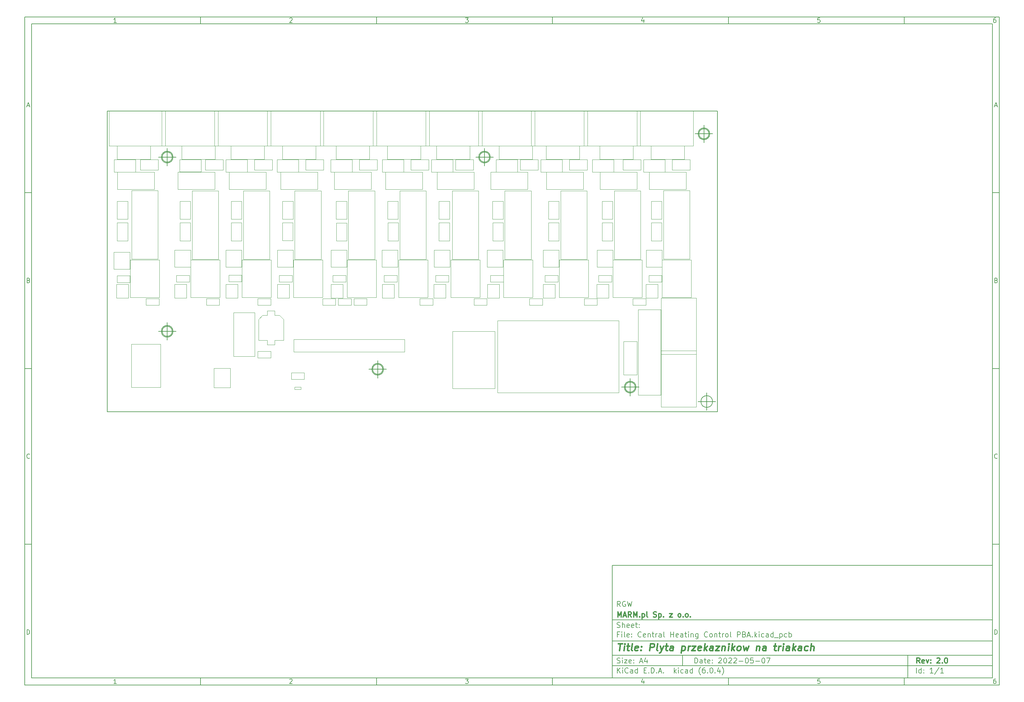
<source format=gbr>
%TF.GenerationSoftware,KiCad,Pcbnew,(6.0.4)*%
%TF.CreationDate,2022-05-09T22:27:08+02:00*%
%TF.ProjectId,Central Heating Control PBA,43656e74-7261-46c2-9048-656174696e67,2.0*%
%TF.SameCoordinates,Original*%
%TF.FileFunction,Other,User*%
%FSLAX46Y46*%
G04 Gerber Fmt 4.6, Leading zero omitted, Abs format (unit mm)*
G04 Created by KiCad (PCBNEW (6.0.4)) date 2022-05-09 22:27:08*
%MOMM*%
%LPD*%
G01*
G04 APERTURE LIST*
%ADD10C,0.100000*%
%ADD11C,0.150000*%
%ADD12C,0.300000*%
%ADD13C,0.400000*%
%TA.AperFunction,Profile*%
%ADD14C,0.150000*%
%TD*%
%ADD15C,0.050000*%
G04 APERTURE END LIST*
D10*
D11*
X177002200Y-166007200D02*
X177002200Y-198007200D01*
X285002200Y-198007200D01*
X285002200Y-166007200D01*
X177002200Y-166007200D01*
D10*
D11*
X10000000Y-10000000D02*
X10000000Y-200007200D01*
X287002200Y-200007200D01*
X287002200Y-10000000D01*
X10000000Y-10000000D01*
D10*
D11*
X12000000Y-12000000D02*
X12000000Y-198007200D01*
X285002200Y-198007200D01*
X285002200Y-12000000D01*
X12000000Y-12000000D01*
D10*
D11*
X60000000Y-12000000D02*
X60000000Y-10000000D01*
D10*
D11*
X110000000Y-12000000D02*
X110000000Y-10000000D01*
D10*
D11*
X160000000Y-12000000D02*
X160000000Y-10000000D01*
D10*
D11*
X210000000Y-12000000D02*
X210000000Y-10000000D01*
D10*
D11*
X260000000Y-12000000D02*
X260000000Y-10000000D01*
D10*
D11*
X36065476Y-11588095D02*
X35322619Y-11588095D01*
X35694047Y-11588095D02*
X35694047Y-10288095D01*
X35570238Y-10473809D01*
X35446428Y-10597619D01*
X35322619Y-10659523D01*
D10*
D11*
X85322619Y-10411904D02*
X85384523Y-10350000D01*
X85508333Y-10288095D01*
X85817857Y-10288095D01*
X85941666Y-10350000D01*
X86003571Y-10411904D01*
X86065476Y-10535714D01*
X86065476Y-10659523D01*
X86003571Y-10845238D01*
X85260714Y-11588095D01*
X86065476Y-11588095D01*
D10*
D11*
X135260714Y-10288095D02*
X136065476Y-10288095D01*
X135632142Y-10783333D01*
X135817857Y-10783333D01*
X135941666Y-10845238D01*
X136003571Y-10907142D01*
X136065476Y-11030952D01*
X136065476Y-11340476D01*
X136003571Y-11464285D01*
X135941666Y-11526190D01*
X135817857Y-11588095D01*
X135446428Y-11588095D01*
X135322619Y-11526190D01*
X135260714Y-11464285D01*
D10*
D11*
X185941666Y-10721428D02*
X185941666Y-11588095D01*
X185632142Y-10226190D02*
X185322619Y-11154761D01*
X186127380Y-11154761D01*
D10*
D11*
X236003571Y-10288095D02*
X235384523Y-10288095D01*
X235322619Y-10907142D01*
X235384523Y-10845238D01*
X235508333Y-10783333D01*
X235817857Y-10783333D01*
X235941666Y-10845238D01*
X236003571Y-10907142D01*
X236065476Y-11030952D01*
X236065476Y-11340476D01*
X236003571Y-11464285D01*
X235941666Y-11526190D01*
X235817857Y-11588095D01*
X235508333Y-11588095D01*
X235384523Y-11526190D01*
X235322619Y-11464285D01*
D10*
D11*
X285941666Y-10288095D02*
X285694047Y-10288095D01*
X285570238Y-10350000D01*
X285508333Y-10411904D01*
X285384523Y-10597619D01*
X285322619Y-10845238D01*
X285322619Y-11340476D01*
X285384523Y-11464285D01*
X285446428Y-11526190D01*
X285570238Y-11588095D01*
X285817857Y-11588095D01*
X285941666Y-11526190D01*
X286003571Y-11464285D01*
X286065476Y-11340476D01*
X286065476Y-11030952D01*
X286003571Y-10907142D01*
X285941666Y-10845238D01*
X285817857Y-10783333D01*
X285570238Y-10783333D01*
X285446428Y-10845238D01*
X285384523Y-10907142D01*
X285322619Y-11030952D01*
D10*
D11*
X60000000Y-198007200D02*
X60000000Y-200007200D01*
D10*
D11*
X110000000Y-198007200D02*
X110000000Y-200007200D01*
D10*
D11*
X160000000Y-198007200D02*
X160000000Y-200007200D01*
D10*
D11*
X210000000Y-198007200D02*
X210000000Y-200007200D01*
D10*
D11*
X260000000Y-198007200D02*
X260000000Y-200007200D01*
D10*
D11*
X36065476Y-199595295D02*
X35322619Y-199595295D01*
X35694047Y-199595295D02*
X35694047Y-198295295D01*
X35570238Y-198481009D01*
X35446428Y-198604819D01*
X35322619Y-198666723D01*
D10*
D11*
X85322619Y-198419104D02*
X85384523Y-198357200D01*
X85508333Y-198295295D01*
X85817857Y-198295295D01*
X85941666Y-198357200D01*
X86003571Y-198419104D01*
X86065476Y-198542914D01*
X86065476Y-198666723D01*
X86003571Y-198852438D01*
X85260714Y-199595295D01*
X86065476Y-199595295D01*
D10*
D11*
X135260714Y-198295295D02*
X136065476Y-198295295D01*
X135632142Y-198790533D01*
X135817857Y-198790533D01*
X135941666Y-198852438D01*
X136003571Y-198914342D01*
X136065476Y-199038152D01*
X136065476Y-199347676D01*
X136003571Y-199471485D01*
X135941666Y-199533390D01*
X135817857Y-199595295D01*
X135446428Y-199595295D01*
X135322619Y-199533390D01*
X135260714Y-199471485D01*
D10*
D11*
X185941666Y-198728628D02*
X185941666Y-199595295D01*
X185632142Y-198233390D02*
X185322619Y-199161961D01*
X186127380Y-199161961D01*
D10*
D11*
X236003571Y-198295295D02*
X235384523Y-198295295D01*
X235322619Y-198914342D01*
X235384523Y-198852438D01*
X235508333Y-198790533D01*
X235817857Y-198790533D01*
X235941666Y-198852438D01*
X236003571Y-198914342D01*
X236065476Y-199038152D01*
X236065476Y-199347676D01*
X236003571Y-199471485D01*
X235941666Y-199533390D01*
X235817857Y-199595295D01*
X235508333Y-199595295D01*
X235384523Y-199533390D01*
X235322619Y-199471485D01*
D10*
D11*
X285941666Y-198295295D02*
X285694047Y-198295295D01*
X285570238Y-198357200D01*
X285508333Y-198419104D01*
X285384523Y-198604819D01*
X285322619Y-198852438D01*
X285322619Y-199347676D01*
X285384523Y-199471485D01*
X285446428Y-199533390D01*
X285570238Y-199595295D01*
X285817857Y-199595295D01*
X285941666Y-199533390D01*
X286003571Y-199471485D01*
X286065476Y-199347676D01*
X286065476Y-199038152D01*
X286003571Y-198914342D01*
X285941666Y-198852438D01*
X285817857Y-198790533D01*
X285570238Y-198790533D01*
X285446428Y-198852438D01*
X285384523Y-198914342D01*
X285322619Y-199038152D01*
D10*
D11*
X10000000Y-60000000D02*
X12000000Y-60000000D01*
D10*
D11*
X10000000Y-110000000D02*
X12000000Y-110000000D01*
D10*
D11*
X10000000Y-160000000D02*
X12000000Y-160000000D01*
D10*
D11*
X10690476Y-35216666D02*
X11309523Y-35216666D01*
X10566666Y-35588095D02*
X11000000Y-34288095D01*
X11433333Y-35588095D01*
D10*
D11*
X11092857Y-84907142D02*
X11278571Y-84969047D01*
X11340476Y-85030952D01*
X11402380Y-85154761D01*
X11402380Y-85340476D01*
X11340476Y-85464285D01*
X11278571Y-85526190D01*
X11154761Y-85588095D01*
X10659523Y-85588095D01*
X10659523Y-84288095D01*
X11092857Y-84288095D01*
X11216666Y-84350000D01*
X11278571Y-84411904D01*
X11340476Y-84535714D01*
X11340476Y-84659523D01*
X11278571Y-84783333D01*
X11216666Y-84845238D01*
X11092857Y-84907142D01*
X10659523Y-84907142D01*
D10*
D11*
X11402380Y-135464285D02*
X11340476Y-135526190D01*
X11154761Y-135588095D01*
X11030952Y-135588095D01*
X10845238Y-135526190D01*
X10721428Y-135402380D01*
X10659523Y-135278571D01*
X10597619Y-135030952D01*
X10597619Y-134845238D01*
X10659523Y-134597619D01*
X10721428Y-134473809D01*
X10845238Y-134350000D01*
X11030952Y-134288095D01*
X11154761Y-134288095D01*
X11340476Y-134350000D01*
X11402380Y-134411904D01*
D10*
D11*
X10659523Y-185588095D02*
X10659523Y-184288095D01*
X10969047Y-184288095D01*
X11154761Y-184350000D01*
X11278571Y-184473809D01*
X11340476Y-184597619D01*
X11402380Y-184845238D01*
X11402380Y-185030952D01*
X11340476Y-185278571D01*
X11278571Y-185402380D01*
X11154761Y-185526190D01*
X10969047Y-185588095D01*
X10659523Y-185588095D01*
D10*
D11*
X287002200Y-60000000D02*
X285002200Y-60000000D01*
D10*
D11*
X287002200Y-110000000D02*
X285002200Y-110000000D01*
D10*
D11*
X287002200Y-160000000D02*
X285002200Y-160000000D01*
D10*
D11*
X285692676Y-35216666D02*
X286311723Y-35216666D01*
X285568866Y-35588095D02*
X286002200Y-34288095D01*
X286435533Y-35588095D01*
D10*
D11*
X286095057Y-84907142D02*
X286280771Y-84969047D01*
X286342676Y-85030952D01*
X286404580Y-85154761D01*
X286404580Y-85340476D01*
X286342676Y-85464285D01*
X286280771Y-85526190D01*
X286156961Y-85588095D01*
X285661723Y-85588095D01*
X285661723Y-84288095D01*
X286095057Y-84288095D01*
X286218866Y-84350000D01*
X286280771Y-84411904D01*
X286342676Y-84535714D01*
X286342676Y-84659523D01*
X286280771Y-84783333D01*
X286218866Y-84845238D01*
X286095057Y-84907142D01*
X285661723Y-84907142D01*
D10*
D11*
X286404580Y-135464285D02*
X286342676Y-135526190D01*
X286156961Y-135588095D01*
X286033152Y-135588095D01*
X285847438Y-135526190D01*
X285723628Y-135402380D01*
X285661723Y-135278571D01*
X285599819Y-135030952D01*
X285599819Y-134845238D01*
X285661723Y-134597619D01*
X285723628Y-134473809D01*
X285847438Y-134350000D01*
X286033152Y-134288095D01*
X286156961Y-134288095D01*
X286342676Y-134350000D01*
X286404580Y-134411904D01*
D10*
D11*
X285661723Y-185588095D02*
X285661723Y-184288095D01*
X285971247Y-184288095D01*
X286156961Y-184350000D01*
X286280771Y-184473809D01*
X286342676Y-184597619D01*
X286404580Y-184845238D01*
X286404580Y-185030952D01*
X286342676Y-185278571D01*
X286280771Y-185402380D01*
X286156961Y-185526190D01*
X285971247Y-185588095D01*
X285661723Y-185588095D01*
D10*
D11*
X200434342Y-193785771D02*
X200434342Y-192285771D01*
X200791485Y-192285771D01*
X201005771Y-192357200D01*
X201148628Y-192500057D01*
X201220057Y-192642914D01*
X201291485Y-192928628D01*
X201291485Y-193142914D01*
X201220057Y-193428628D01*
X201148628Y-193571485D01*
X201005771Y-193714342D01*
X200791485Y-193785771D01*
X200434342Y-193785771D01*
X202577200Y-193785771D02*
X202577200Y-193000057D01*
X202505771Y-192857200D01*
X202362914Y-192785771D01*
X202077200Y-192785771D01*
X201934342Y-192857200D01*
X202577200Y-193714342D02*
X202434342Y-193785771D01*
X202077200Y-193785771D01*
X201934342Y-193714342D01*
X201862914Y-193571485D01*
X201862914Y-193428628D01*
X201934342Y-193285771D01*
X202077200Y-193214342D01*
X202434342Y-193214342D01*
X202577200Y-193142914D01*
X203077200Y-192785771D02*
X203648628Y-192785771D01*
X203291485Y-192285771D02*
X203291485Y-193571485D01*
X203362914Y-193714342D01*
X203505771Y-193785771D01*
X203648628Y-193785771D01*
X204720057Y-193714342D02*
X204577200Y-193785771D01*
X204291485Y-193785771D01*
X204148628Y-193714342D01*
X204077200Y-193571485D01*
X204077200Y-193000057D01*
X204148628Y-192857200D01*
X204291485Y-192785771D01*
X204577200Y-192785771D01*
X204720057Y-192857200D01*
X204791485Y-193000057D01*
X204791485Y-193142914D01*
X204077200Y-193285771D01*
X205434342Y-193642914D02*
X205505771Y-193714342D01*
X205434342Y-193785771D01*
X205362914Y-193714342D01*
X205434342Y-193642914D01*
X205434342Y-193785771D01*
X205434342Y-192857200D02*
X205505771Y-192928628D01*
X205434342Y-193000057D01*
X205362914Y-192928628D01*
X205434342Y-192857200D01*
X205434342Y-193000057D01*
X207220057Y-192428628D02*
X207291485Y-192357200D01*
X207434342Y-192285771D01*
X207791485Y-192285771D01*
X207934342Y-192357200D01*
X208005771Y-192428628D01*
X208077200Y-192571485D01*
X208077200Y-192714342D01*
X208005771Y-192928628D01*
X207148628Y-193785771D01*
X208077200Y-193785771D01*
X209005771Y-192285771D02*
X209148628Y-192285771D01*
X209291485Y-192357200D01*
X209362914Y-192428628D01*
X209434342Y-192571485D01*
X209505771Y-192857200D01*
X209505771Y-193214342D01*
X209434342Y-193500057D01*
X209362914Y-193642914D01*
X209291485Y-193714342D01*
X209148628Y-193785771D01*
X209005771Y-193785771D01*
X208862914Y-193714342D01*
X208791485Y-193642914D01*
X208720057Y-193500057D01*
X208648628Y-193214342D01*
X208648628Y-192857200D01*
X208720057Y-192571485D01*
X208791485Y-192428628D01*
X208862914Y-192357200D01*
X209005771Y-192285771D01*
X210077200Y-192428628D02*
X210148628Y-192357200D01*
X210291485Y-192285771D01*
X210648628Y-192285771D01*
X210791485Y-192357200D01*
X210862914Y-192428628D01*
X210934342Y-192571485D01*
X210934342Y-192714342D01*
X210862914Y-192928628D01*
X210005771Y-193785771D01*
X210934342Y-193785771D01*
X211505771Y-192428628D02*
X211577200Y-192357200D01*
X211720057Y-192285771D01*
X212077200Y-192285771D01*
X212220057Y-192357200D01*
X212291485Y-192428628D01*
X212362914Y-192571485D01*
X212362914Y-192714342D01*
X212291485Y-192928628D01*
X211434342Y-193785771D01*
X212362914Y-193785771D01*
X213005771Y-193214342D02*
X214148628Y-193214342D01*
X215148628Y-192285771D02*
X215291485Y-192285771D01*
X215434342Y-192357200D01*
X215505771Y-192428628D01*
X215577200Y-192571485D01*
X215648628Y-192857200D01*
X215648628Y-193214342D01*
X215577200Y-193500057D01*
X215505771Y-193642914D01*
X215434342Y-193714342D01*
X215291485Y-193785771D01*
X215148628Y-193785771D01*
X215005771Y-193714342D01*
X214934342Y-193642914D01*
X214862914Y-193500057D01*
X214791485Y-193214342D01*
X214791485Y-192857200D01*
X214862914Y-192571485D01*
X214934342Y-192428628D01*
X215005771Y-192357200D01*
X215148628Y-192285771D01*
X217005771Y-192285771D02*
X216291485Y-192285771D01*
X216220057Y-193000057D01*
X216291485Y-192928628D01*
X216434342Y-192857200D01*
X216791485Y-192857200D01*
X216934342Y-192928628D01*
X217005771Y-193000057D01*
X217077200Y-193142914D01*
X217077200Y-193500057D01*
X217005771Y-193642914D01*
X216934342Y-193714342D01*
X216791485Y-193785771D01*
X216434342Y-193785771D01*
X216291485Y-193714342D01*
X216220057Y-193642914D01*
X217720057Y-193214342D02*
X218862914Y-193214342D01*
X219862914Y-192285771D02*
X220005771Y-192285771D01*
X220148628Y-192357200D01*
X220220057Y-192428628D01*
X220291485Y-192571485D01*
X220362914Y-192857200D01*
X220362914Y-193214342D01*
X220291485Y-193500057D01*
X220220057Y-193642914D01*
X220148628Y-193714342D01*
X220005771Y-193785771D01*
X219862914Y-193785771D01*
X219720057Y-193714342D01*
X219648628Y-193642914D01*
X219577200Y-193500057D01*
X219505771Y-193214342D01*
X219505771Y-192857200D01*
X219577200Y-192571485D01*
X219648628Y-192428628D01*
X219720057Y-192357200D01*
X219862914Y-192285771D01*
X220862914Y-192285771D02*
X221862914Y-192285771D01*
X221220057Y-193785771D01*
D10*
D11*
X177002200Y-194507200D02*
X285002200Y-194507200D01*
D10*
D11*
X178434342Y-196585771D02*
X178434342Y-195085771D01*
X179291485Y-196585771D02*
X178648628Y-195728628D01*
X179291485Y-195085771D02*
X178434342Y-195942914D01*
X179934342Y-196585771D02*
X179934342Y-195585771D01*
X179934342Y-195085771D02*
X179862914Y-195157200D01*
X179934342Y-195228628D01*
X180005771Y-195157200D01*
X179934342Y-195085771D01*
X179934342Y-195228628D01*
X181505771Y-196442914D02*
X181434342Y-196514342D01*
X181220057Y-196585771D01*
X181077200Y-196585771D01*
X180862914Y-196514342D01*
X180720057Y-196371485D01*
X180648628Y-196228628D01*
X180577200Y-195942914D01*
X180577200Y-195728628D01*
X180648628Y-195442914D01*
X180720057Y-195300057D01*
X180862914Y-195157200D01*
X181077200Y-195085771D01*
X181220057Y-195085771D01*
X181434342Y-195157200D01*
X181505771Y-195228628D01*
X182791485Y-196585771D02*
X182791485Y-195800057D01*
X182720057Y-195657200D01*
X182577200Y-195585771D01*
X182291485Y-195585771D01*
X182148628Y-195657200D01*
X182791485Y-196514342D02*
X182648628Y-196585771D01*
X182291485Y-196585771D01*
X182148628Y-196514342D01*
X182077200Y-196371485D01*
X182077200Y-196228628D01*
X182148628Y-196085771D01*
X182291485Y-196014342D01*
X182648628Y-196014342D01*
X182791485Y-195942914D01*
X184148628Y-196585771D02*
X184148628Y-195085771D01*
X184148628Y-196514342D02*
X184005771Y-196585771D01*
X183720057Y-196585771D01*
X183577200Y-196514342D01*
X183505771Y-196442914D01*
X183434342Y-196300057D01*
X183434342Y-195871485D01*
X183505771Y-195728628D01*
X183577200Y-195657200D01*
X183720057Y-195585771D01*
X184005771Y-195585771D01*
X184148628Y-195657200D01*
X186005771Y-195800057D02*
X186505771Y-195800057D01*
X186720057Y-196585771D02*
X186005771Y-196585771D01*
X186005771Y-195085771D01*
X186720057Y-195085771D01*
X187362914Y-196442914D02*
X187434342Y-196514342D01*
X187362914Y-196585771D01*
X187291485Y-196514342D01*
X187362914Y-196442914D01*
X187362914Y-196585771D01*
X188077200Y-196585771D02*
X188077200Y-195085771D01*
X188434342Y-195085771D01*
X188648628Y-195157200D01*
X188791485Y-195300057D01*
X188862914Y-195442914D01*
X188934342Y-195728628D01*
X188934342Y-195942914D01*
X188862914Y-196228628D01*
X188791485Y-196371485D01*
X188648628Y-196514342D01*
X188434342Y-196585771D01*
X188077200Y-196585771D01*
X189577200Y-196442914D02*
X189648628Y-196514342D01*
X189577200Y-196585771D01*
X189505771Y-196514342D01*
X189577200Y-196442914D01*
X189577200Y-196585771D01*
X190220057Y-196157200D02*
X190934342Y-196157200D01*
X190077200Y-196585771D02*
X190577200Y-195085771D01*
X191077200Y-196585771D01*
X191577200Y-196442914D02*
X191648628Y-196514342D01*
X191577200Y-196585771D01*
X191505771Y-196514342D01*
X191577200Y-196442914D01*
X191577200Y-196585771D01*
X194577200Y-196585771D02*
X194577200Y-195085771D01*
X194720057Y-196014342D02*
X195148628Y-196585771D01*
X195148628Y-195585771D02*
X194577200Y-196157200D01*
X195791485Y-196585771D02*
X195791485Y-195585771D01*
X195791485Y-195085771D02*
X195720057Y-195157200D01*
X195791485Y-195228628D01*
X195862914Y-195157200D01*
X195791485Y-195085771D01*
X195791485Y-195228628D01*
X197148628Y-196514342D02*
X197005771Y-196585771D01*
X196720057Y-196585771D01*
X196577200Y-196514342D01*
X196505771Y-196442914D01*
X196434342Y-196300057D01*
X196434342Y-195871485D01*
X196505771Y-195728628D01*
X196577200Y-195657200D01*
X196720057Y-195585771D01*
X197005771Y-195585771D01*
X197148628Y-195657200D01*
X198434342Y-196585771D02*
X198434342Y-195800057D01*
X198362914Y-195657200D01*
X198220057Y-195585771D01*
X197934342Y-195585771D01*
X197791485Y-195657200D01*
X198434342Y-196514342D02*
X198291485Y-196585771D01*
X197934342Y-196585771D01*
X197791485Y-196514342D01*
X197720057Y-196371485D01*
X197720057Y-196228628D01*
X197791485Y-196085771D01*
X197934342Y-196014342D01*
X198291485Y-196014342D01*
X198434342Y-195942914D01*
X199791485Y-196585771D02*
X199791485Y-195085771D01*
X199791485Y-196514342D02*
X199648628Y-196585771D01*
X199362914Y-196585771D01*
X199220057Y-196514342D01*
X199148628Y-196442914D01*
X199077200Y-196300057D01*
X199077200Y-195871485D01*
X199148628Y-195728628D01*
X199220057Y-195657200D01*
X199362914Y-195585771D01*
X199648628Y-195585771D01*
X199791485Y-195657200D01*
X202077200Y-197157200D02*
X202005771Y-197085771D01*
X201862914Y-196871485D01*
X201791485Y-196728628D01*
X201720057Y-196514342D01*
X201648628Y-196157200D01*
X201648628Y-195871485D01*
X201720057Y-195514342D01*
X201791485Y-195300057D01*
X201862914Y-195157200D01*
X202005771Y-194942914D01*
X202077200Y-194871485D01*
X203291485Y-195085771D02*
X203005771Y-195085771D01*
X202862914Y-195157200D01*
X202791485Y-195228628D01*
X202648628Y-195442914D01*
X202577200Y-195728628D01*
X202577200Y-196300057D01*
X202648628Y-196442914D01*
X202720057Y-196514342D01*
X202862914Y-196585771D01*
X203148628Y-196585771D01*
X203291485Y-196514342D01*
X203362914Y-196442914D01*
X203434342Y-196300057D01*
X203434342Y-195942914D01*
X203362914Y-195800057D01*
X203291485Y-195728628D01*
X203148628Y-195657200D01*
X202862914Y-195657200D01*
X202720057Y-195728628D01*
X202648628Y-195800057D01*
X202577200Y-195942914D01*
X204077200Y-196442914D02*
X204148628Y-196514342D01*
X204077200Y-196585771D01*
X204005771Y-196514342D01*
X204077200Y-196442914D01*
X204077200Y-196585771D01*
X205077200Y-195085771D02*
X205220057Y-195085771D01*
X205362914Y-195157200D01*
X205434342Y-195228628D01*
X205505771Y-195371485D01*
X205577200Y-195657200D01*
X205577200Y-196014342D01*
X205505771Y-196300057D01*
X205434342Y-196442914D01*
X205362914Y-196514342D01*
X205220057Y-196585771D01*
X205077200Y-196585771D01*
X204934342Y-196514342D01*
X204862914Y-196442914D01*
X204791485Y-196300057D01*
X204720057Y-196014342D01*
X204720057Y-195657200D01*
X204791485Y-195371485D01*
X204862914Y-195228628D01*
X204934342Y-195157200D01*
X205077200Y-195085771D01*
X206220057Y-196442914D02*
X206291485Y-196514342D01*
X206220057Y-196585771D01*
X206148628Y-196514342D01*
X206220057Y-196442914D01*
X206220057Y-196585771D01*
X207577200Y-195585771D02*
X207577200Y-196585771D01*
X207220057Y-195014342D02*
X206862914Y-196085771D01*
X207791485Y-196085771D01*
X208220057Y-197157200D02*
X208291485Y-197085771D01*
X208434342Y-196871485D01*
X208505771Y-196728628D01*
X208577200Y-196514342D01*
X208648628Y-196157200D01*
X208648628Y-195871485D01*
X208577200Y-195514342D01*
X208505771Y-195300057D01*
X208434342Y-195157200D01*
X208291485Y-194942914D01*
X208220057Y-194871485D01*
D10*
D11*
X177002200Y-191507200D02*
X285002200Y-191507200D01*
D10*
D12*
X264411485Y-193785771D02*
X263911485Y-193071485D01*
X263554342Y-193785771D02*
X263554342Y-192285771D01*
X264125771Y-192285771D01*
X264268628Y-192357200D01*
X264340057Y-192428628D01*
X264411485Y-192571485D01*
X264411485Y-192785771D01*
X264340057Y-192928628D01*
X264268628Y-193000057D01*
X264125771Y-193071485D01*
X263554342Y-193071485D01*
X265625771Y-193714342D02*
X265482914Y-193785771D01*
X265197200Y-193785771D01*
X265054342Y-193714342D01*
X264982914Y-193571485D01*
X264982914Y-193000057D01*
X265054342Y-192857200D01*
X265197200Y-192785771D01*
X265482914Y-192785771D01*
X265625771Y-192857200D01*
X265697200Y-193000057D01*
X265697200Y-193142914D01*
X264982914Y-193285771D01*
X266197200Y-192785771D02*
X266554342Y-193785771D01*
X266911485Y-192785771D01*
X267482914Y-193642914D02*
X267554342Y-193714342D01*
X267482914Y-193785771D01*
X267411485Y-193714342D01*
X267482914Y-193642914D01*
X267482914Y-193785771D01*
X267482914Y-192857200D02*
X267554342Y-192928628D01*
X267482914Y-193000057D01*
X267411485Y-192928628D01*
X267482914Y-192857200D01*
X267482914Y-193000057D01*
X269268628Y-192428628D02*
X269340057Y-192357200D01*
X269482914Y-192285771D01*
X269840057Y-192285771D01*
X269982914Y-192357200D01*
X270054342Y-192428628D01*
X270125771Y-192571485D01*
X270125771Y-192714342D01*
X270054342Y-192928628D01*
X269197200Y-193785771D01*
X270125771Y-193785771D01*
X270768628Y-193642914D02*
X270840057Y-193714342D01*
X270768628Y-193785771D01*
X270697200Y-193714342D01*
X270768628Y-193642914D01*
X270768628Y-193785771D01*
X271768628Y-192285771D02*
X271911485Y-192285771D01*
X272054342Y-192357200D01*
X272125771Y-192428628D01*
X272197200Y-192571485D01*
X272268628Y-192857200D01*
X272268628Y-193214342D01*
X272197200Y-193500057D01*
X272125771Y-193642914D01*
X272054342Y-193714342D01*
X271911485Y-193785771D01*
X271768628Y-193785771D01*
X271625771Y-193714342D01*
X271554342Y-193642914D01*
X271482914Y-193500057D01*
X271411485Y-193214342D01*
X271411485Y-192857200D01*
X271482914Y-192571485D01*
X271554342Y-192428628D01*
X271625771Y-192357200D01*
X271768628Y-192285771D01*
D10*
D11*
X178362914Y-193714342D02*
X178577200Y-193785771D01*
X178934342Y-193785771D01*
X179077200Y-193714342D01*
X179148628Y-193642914D01*
X179220057Y-193500057D01*
X179220057Y-193357200D01*
X179148628Y-193214342D01*
X179077200Y-193142914D01*
X178934342Y-193071485D01*
X178648628Y-193000057D01*
X178505771Y-192928628D01*
X178434342Y-192857200D01*
X178362914Y-192714342D01*
X178362914Y-192571485D01*
X178434342Y-192428628D01*
X178505771Y-192357200D01*
X178648628Y-192285771D01*
X179005771Y-192285771D01*
X179220057Y-192357200D01*
X179862914Y-193785771D02*
X179862914Y-192785771D01*
X179862914Y-192285771D02*
X179791485Y-192357200D01*
X179862914Y-192428628D01*
X179934342Y-192357200D01*
X179862914Y-192285771D01*
X179862914Y-192428628D01*
X180434342Y-192785771D02*
X181220057Y-192785771D01*
X180434342Y-193785771D01*
X181220057Y-193785771D01*
X182362914Y-193714342D02*
X182220057Y-193785771D01*
X181934342Y-193785771D01*
X181791485Y-193714342D01*
X181720057Y-193571485D01*
X181720057Y-193000057D01*
X181791485Y-192857200D01*
X181934342Y-192785771D01*
X182220057Y-192785771D01*
X182362914Y-192857200D01*
X182434342Y-193000057D01*
X182434342Y-193142914D01*
X181720057Y-193285771D01*
X183077200Y-193642914D02*
X183148628Y-193714342D01*
X183077200Y-193785771D01*
X183005771Y-193714342D01*
X183077200Y-193642914D01*
X183077200Y-193785771D01*
X183077200Y-192857200D02*
X183148628Y-192928628D01*
X183077200Y-193000057D01*
X183005771Y-192928628D01*
X183077200Y-192857200D01*
X183077200Y-193000057D01*
X184862914Y-193357200D02*
X185577200Y-193357200D01*
X184720057Y-193785771D02*
X185220057Y-192285771D01*
X185720057Y-193785771D01*
X186862914Y-192785771D02*
X186862914Y-193785771D01*
X186505771Y-192214342D02*
X186148628Y-193285771D01*
X187077200Y-193285771D01*
D10*
D11*
X263434342Y-196585771D02*
X263434342Y-195085771D01*
X264791485Y-196585771D02*
X264791485Y-195085771D01*
X264791485Y-196514342D02*
X264648628Y-196585771D01*
X264362914Y-196585771D01*
X264220057Y-196514342D01*
X264148628Y-196442914D01*
X264077200Y-196300057D01*
X264077200Y-195871485D01*
X264148628Y-195728628D01*
X264220057Y-195657200D01*
X264362914Y-195585771D01*
X264648628Y-195585771D01*
X264791485Y-195657200D01*
X265505771Y-196442914D02*
X265577200Y-196514342D01*
X265505771Y-196585771D01*
X265434342Y-196514342D01*
X265505771Y-196442914D01*
X265505771Y-196585771D01*
X265505771Y-195657200D02*
X265577200Y-195728628D01*
X265505771Y-195800057D01*
X265434342Y-195728628D01*
X265505771Y-195657200D01*
X265505771Y-195800057D01*
X268148628Y-196585771D02*
X267291485Y-196585771D01*
X267720057Y-196585771D02*
X267720057Y-195085771D01*
X267577200Y-195300057D01*
X267434342Y-195442914D01*
X267291485Y-195514342D01*
X269862914Y-195014342D02*
X268577200Y-196942914D01*
X271148628Y-196585771D02*
X270291485Y-196585771D01*
X270720057Y-196585771D02*
X270720057Y-195085771D01*
X270577200Y-195300057D01*
X270434342Y-195442914D01*
X270291485Y-195514342D01*
D10*
D11*
X177002200Y-187507200D02*
X285002200Y-187507200D01*
D10*
D13*
X178714580Y-188211961D02*
X179857438Y-188211961D01*
X179036009Y-190211961D02*
X179286009Y-188211961D01*
X180274104Y-190211961D02*
X180440771Y-188878628D01*
X180524104Y-188211961D02*
X180416961Y-188307200D01*
X180500295Y-188402438D01*
X180607438Y-188307200D01*
X180524104Y-188211961D01*
X180500295Y-188402438D01*
X181107438Y-188878628D02*
X181869342Y-188878628D01*
X181476485Y-188211961D02*
X181262200Y-189926247D01*
X181333628Y-190116723D01*
X181512200Y-190211961D01*
X181702676Y-190211961D01*
X182655057Y-190211961D02*
X182476485Y-190116723D01*
X182405057Y-189926247D01*
X182619342Y-188211961D01*
X184190771Y-190116723D02*
X183988390Y-190211961D01*
X183607438Y-190211961D01*
X183428866Y-190116723D01*
X183357438Y-189926247D01*
X183452676Y-189164342D01*
X183571723Y-188973866D01*
X183774104Y-188878628D01*
X184155057Y-188878628D01*
X184333628Y-188973866D01*
X184405057Y-189164342D01*
X184381247Y-189354819D01*
X183405057Y-189545295D01*
X185155057Y-190021485D02*
X185238390Y-190116723D01*
X185131247Y-190211961D01*
X185047914Y-190116723D01*
X185155057Y-190021485D01*
X185131247Y-190211961D01*
X185286009Y-188973866D02*
X185369342Y-189069104D01*
X185262200Y-189164342D01*
X185178866Y-189069104D01*
X185286009Y-188973866D01*
X185262200Y-189164342D01*
X187607438Y-190211961D02*
X187857438Y-188211961D01*
X188619342Y-188211961D01*
X188797914Y-188307200D01*
X188881247Y-188402438D01*
X188952676Y-188592914D01*
X188916961Y-188878628D01*
X188797914Y-189069104D01*
X188690771Y-189164342D01*
X188488390Y-189259580D01*
X187726485Y-189259580D01*
X189893152Y-190211961D02*
X189714580Y-190116723D01*
X189643152Y-189926247D01*
X189857438Y-188211961D01*
X190631247Y-188878628D02*
X190940771Y-190211961D01*
X191583628Y-188878628D02*
X190940771Y-190211961D01*
X190690771Y-190688152D01*
X190583628Y-190783390D01*
X190381247Y-190878628D01*
X192059819Y-188878628D02*
X192821723Y-188878628D01*
X192428866Y-188211961D02*
X192214580Y-189926247D01*
X192286009Y-190116723D01*
X192464580Y-190211961D01*
X192655057Y-190211961D01*
X194178866Y-190211961D02*
X194309819Y-189164342D01*
X194238390Y-188973866D01*
X194059819Y-188878628D01*
X193678866Y-188878628D01*
X193476485Y-188973866D01*
X194190771Y-190116723D02*
X193988390Y-190211961D01*
X193512200Y-190211961D01*
X193333628Y-190116723D01*
X193262200Y-189926247D01*
X193286009Y-189735771D01*
X193405057Y-189545295D01*
X193607438Y-189450057D01*
X194083628Y-189450057D01*
X194286009Y-189354819D01*
X196821723Y-188878628D02*
X196571723Y-190878628D01*
X196809819Y-188973866D02*
X197012200Y-188878628D01*
X197393152Y-188878628D01*
X197571723Y-188973866D01*
X197655057Y-189069104D01*
X197726485Y-189259580D01*
X197655057Y-189831009D01*
X197536009Y-190021485D01*
X197428866Y-190116723D01*
X197226485Y-190211961D01*
X196845533Y-190211961D01*
X196666961Y-190116723D01*
X198464580Y-190211961D02*
X198631247Y-188878628D01*
X198583628Y-189259580D02*
X198702676Y-189069104D01*
X198809819Y-188973866D01*
X199012200Y-188878628D01*
X199202676Y-188878628D01*
X199678866Y-188878628D02*
X200726485Y-188878628D01*
X199512200Y-190211961D01*
X200559819Y-190211961D01*
X202095533Y-190116723D02*
X201893152Y-190211961D01*
X201512200Y-190211961D01*
X201333628Y-190116723D01*
X201262200Y-189926247D01*
X201357438Y-189164342D01*
X201476485Y-188973866D01*
X201678866Y-188878628D01*
X202059819Y-188878628D01*
X202238390Y-188973866D01*
X202309819Y-189164342D01*
X202286009Y-189354819D01*
X201309819Y-189545295D01*
X203036009Y-190211961D02*
X203286009Y-188211961D01*
X203321723Y-189450057D02*
X203797914Y-190211961D01*
X203964580Y-188878628D02*
X203107438Y-189640533D01*
X205512200Y-190211961D02*
X205643152Y-189164342D01*
X205571723Y-188973866D01*
X205393152Y-188878628D01*
X205012200Y-188878628D01*
X204809819Y-188973866D01*
X205524104Y-190116723D02*
X205321723Y-190211961D01*
X204845533Y-190211961D01*
X204666961Y-190116723D01*
X204595533Y-189926247D01*
X204619342Y-189735771D01*
X204738390Y-189545295D01*
X204940771Y-189450057D01*
X205416961Y-189450057D01*
X205619342Y-189354819D01*
X206440771Y-188878628D02*
X207488390Y-188878628D01*
X206274104Y-190211961D01*
X207321723Y-190211961D01*
X208250295Y-188878628D02*
X208083628Y-190211961D01*
X208226485Y-189069104D02*
X208333628Y-188973866D01*
X208536009Y-188878628D01*
X208821723Y-188878628D01*
X209000295Y-188973866D01*
X209071723Y-189164342D01*
X208940771Y-190211961D01*
X209893152Y-190211961D02*
X210059819Y-188878628D01*
X210143152Y-188211961D02*
X210036009Y-188307200D01*
X210119342Y-188402438D01*
X210226485Y-188307200D01*
X210143152Y-188211961D01*
X210119342Y-188402438D01*
X210845533Y-190211961D02*
X211095533Y-188211961D01*
X211131247Y-189450057D02*
X211607438Y-190211961D01*
X211774104Y-188878628D02*
X210916961Y-189640533D01*
X212750295Y-190211961D02*
X212571723Y-190116723D01*
X212488390Y-190021485D01*
X212416961Y-189831009D01*
X212488390Y-189259580D01*
X212607438Y-189069104D01*
X212714580Y-188973866D01*
X212916961Y-188878628D01*
X213202676Y-188878628D01*
X213381247Y-188973866D01*
X213464580Y-189069104D01*
X213536009Y-189259580D01*
X213464580Y-189831009D01*
X213345533Y-190021485D01*
X213238390Y-190116723D01*
X213036009Y-190211961D01*
X212750295Y-190211961D01*
X214250295Y-188878628D02*
X214464580Y-190211961D01*
X214964580Y-189259580D01*
X215226485Y-190211961D01*
X215774104Y-188878628D01*
X218059819Y-188878628D02*
X217893152Y-190211961D01*
X218036009Y-189069104D02*
X218143152Y-188973866D01*
X218345533Y-188878628D01*
X218631247Y-188878628D01*
X218809819Y-188973866D01*
X218881247Y-189164342D01*
X218750295Y-190211961D01*
X220559819Y-190211961D02*
X220690771Y-189164342D01*
X220619342Y-188973866D01*
X220440771Y-188878628D01*
X220059819Y-188878628D01*
X219857438Y-188973866D01*
X220571723Y-190116723D02*
X220369342Y-190211961D01*
X219893152Y-190211961D01*
X219714580Y-190116723D01*
X219643152Y-189926247D01*
X219666961Y-189735771D01*
X219786009Y-189545295D01*
X219988390Y-189450057D01*
X220464580Y-189450057D01*
X220666961Y-189354819D01*
X222916961Y-188878628D02*
X223678866Y-188878628D01*
X223286009Y-188211961D02*
X223071723Y-189926247D01*
X223143152Y-190116723D01*
X223321723Y-190211961D01*
X223512200Y-190211961D01*
X224178866Y-190211961D02*
X224345533Y-188878628D01*
X224297914Y-189259580D02*
X224416961Y-189069104D01*
X224524104Y-188973866D01*
X224726485Y-188878628D01*
X224916961Y-188878628D01*
X225416961Y-190211961D02*
X225583628Y-188878628D01*
X225666961Y-188211961D02*
X225559819Y-188307200D01*
X225643152Y-188402438D01*
X225750295Y-188307200D01*
X225666961Y-188211961D01*
X225643152Y-188402438D01*
X227226485Y-190211961D02*
X227357438Y-189164342D01*
X227286009Y-188973866D01*
X227107438Y-188878628D01*
X226726485Y-188878628D01*
X226524104Y-188973866D01*
X227238390Y-190116723D02*
X227036009Y-190211961D01*
X226559819Y-190211961D01*
X226381247Y-190116723D01*
X226309819Y-189926247D01*
X226333628Y-189735771D01*
X226452676Y-189545295D01*
X226655057Y-189450057D01*
X227131247Y-189450057D01*
X227333628Y-189354819D01*
X228178866Y-190211961D02*
X228428866Y-188211961D01*
X228464580Y-189450057D02*
X228940771Y-190211961D01*
X229107438Y-188878628D02*
X228250295Y-189640533D01*
X230655057Y-190211961D02*
X230786009Y-189164342D01*
X230714580Y-188973866D01*
X230536009Y-188878628D01*
X230155057Y-188878628D01*
X229952676Y-188973866D01*
X230666961Y-190116723D02*
X230464580Y-190211961D01*
X229988390Y-190211961D01*
X229809819Y-190116723D01*
X229738390Y-189926247D01*
X229762200Y-189735771D01*
X229881247Y-189545295D01*
X230083628Y-189450057D01*
X230559819Y-189450057D01*
X230762200Y-189354819D01*
X232476485Y-190116723D02*
X232274104Y-190211961D01*
X231893152Y-190211961D01*
X231714580Y-190116723D01*
X231631247Y-190021485D01*
X231559819Y-189831009D01*
X231631247Y-189259580D01*
X231750295Y-189069104D01*
X231857438Y-188973866D01*
X232059819Y-188878628D01*
X232440771Y-188878628D01*
X232619342Y-188973866D01*
X233321723Y-190211961D02*
X233571723Y-188211961D01*
X234178866Y-190211961D02*
X234309819Y-189164342D01*
X234238390Y-188973866D01*
X234059819Y-188878628D01*
X233774104Y-188878628D01*
X233571723Y-188973866D01*
X233464580Y-189069104D01*
D10*
D11*
X178934342Y-185600057D02*
X178434342Y-185600057D01*
X178434342Y-186385771D02*
X178434342Y-184885771D01*
X179148628Y-184885771D01*
X179720057Y-186385771D02*
X179720057Y-185385771D01*
X179720057Y-184885771D02*
X179648628Y-184957200D01*
X179720057Y-185028628D01*
X179791485Y-184957200D01*
X179720057Y-184885771D01*
X179720057Y-185028628D01*
X180648628Y-186385771D02*
X180505771Y-186314342D01*
X180434342Y-186171485D01*
X180434342Y-184885771D01*
X181791485Y-186314342D02*
X181648628Y-186385771D01*
X181362914Y-186385771D01*
X181220057Y-186314342D01*
X181148628Y-186171485D01*
X181148628Y-185600057D01*
X181220057Y-185457200D01*
X181362914Y-185385771D01*
X181648628Y-185385771D01*
X181791485Y-185457200D01*
X181862914Y-185600057D01*
X181862914Y-185742914D01*
X181148628Y-185885771D01*
X182505771Y-186242914D02*
X182577200Y-186314342D01*
X182505771Y-186385771D01*
X182434342Y-186314342D01*
X182505771Y-186242914D01*
X182505771Y-186385771D01*
X182505771Y-185457200D02*
X182577200Y-185528628D01*
X182505771Y-185600057D01*
X182434342Y-185528628D01*
X182505771Y-185457200D01*
X182505771Y-185600057D01*
X185220057Y-186242914D02*
X185148628Y-186314342D01*
X184934342Y-186385771D01*
X184791485Y-186385771D01*
X184577200Y-186314342D01*
X184434342Y-186171485D01*
X184362914Y-186028628D01*
X184291485Y-185742914D01*
X184291485Y-185528628D01*
X184362914Y-185242914D01*
X184434342Y-185100057D01*
X184577200Y-184957200D01*
X184791485Y-184885771D01*
X184934342Y-184885771D01*
X185148628Y-184957200D01*
X185220057Y-185028628D01*
X186434342Y-186314342D02*
X186291485Y-186385771D01*
X186005771Y-186385771D01*
X185862914Y-186314342D01*
X185791485Y-186171485D01*
X185791485Y-185600057D01*
X185862914Y-185457200D01*
X186005771Y-185385771D01*
X186291485Y-185385771D01*
X186434342Y-185457200D01*
X186505771Y-185600057D01*
X186505771Y-185742914D01*
X185791485Y-185885771D01*
X187148628Y-185385771D02*
X187148628Y-186385771D01*
X187148628Y-185528628D02*
X187220057Y-185457200D01*
X187362914Y-185385771D01*
X187577200Y-185385771D01*
X187720057Y-185457200D01*
X187791485Y-185600057D01*
X187791485Y-186385771D01*
X188291485Y-185385771D02*
X188862914Y-185385771D01*
X188505771Y-184885771D02*
X188505771Y-186171485D01*
X188577200Y-186314342D01*
X188720057Y-186385771D01*
X188862914Y-186385771D01*
X189362914Y-186385771D02*
X189362914Y-185385771D01*
X189362914Y-185671485D02*
X189434342Y-185528628D01*
X189505771Y-185457200D01*
X189648628Y-185385771D01*
X189791485Y-185385771D01*
X190934342Y-186385771D02*
X190934342Y-185600057D01*
X190862914Y-185457200D01*
X190720057Y-185385771D01*
X190434342Y-185385771D01*
X190291485Y-185457200D01*
X190934342Y-186314342D02*
X190791485Y-186385771D01*
X190434342Y-186385771D01*
X190291485Y-186314342D01*
X190220057Y-186171485D01*
X190220057Y-186028628D01*
X190291485Y-185885771D01*
X190434342Y-185814342D01*
X190791485Y-185814342D01*
X190934342Y-185742914D01*
X191862914Y-186385771D02*
X191720057Y-186314342D01*
X191648628Y-186171485D01*
X191648628Y-184885771D01*
X193577200Y-186385771D02*
X193577200Y-184885771D01*
X193577200Y-185600057D02*
X194434342Y-185600057D01*
X194434342Y-186385771D02*
X194434342Y-184885771D01*
X195720057Y-186314342D02*
X195577200Y-186385771D01*
X195291485Y-186385771D01*
X195148628Y-186314342D01*
X195077200Y-186171485D01*
X195077200Y-185600057D01*
X195148628Y-185457200D01*
X195291485Y-185385771D01*
X195577200Y-185385771D01*
X195720057Y-185457200D01*
X195791485Y-185600057D01*
X195791485Y-185742914D01*
X195077200Y-185885771D01*
X197077200Y-186385771D02*
X197077200Y-185600057D01*
X197005771Y-185457200D01*
X196862914Y-185385771D01*
X196577200Y-185385771D01*
X196434342Y-185457200D01*
X197077200Y-186314342D02*
X196934342Y-186385771D01*
X196577200Y-186385771D01*
X196434342Y-186314342D01*
X196362914Y-186171485D01*
X196362914Y-186028628D01*
X196434342Y-185885771D01*
X196577200Y-185814342D01*
X196934342Y-185814342D01*
X197077200Y-185742914D01*
X197577200Y-185385771D02*
X198148628Y-185385771D01*
X197791485Y-184885771D02*
X197791485Y-186171485D01*
X197862914Y-186314342D01*
X198005771Y-186385771D01*
X198148628Y-186385771D01*
X198648628Y-186385771D02*
X198648628Y-185385771D01*
X198648628Y-184885771D02*
X198577200Y-184957200D01*
X198648628Y-185028628D01*
X198720057Y-184957200D01*
X198648628Y-184885771D01*
X198648628Y-185028628D01*
X199362914Y-185385771D02*
X199362914Y-186385771D01*
X199362914Y-185528628D02*
X199434342Y-185457200D01*
X199577200Y-185385771D01*
X199791485Y-185385771D01*
X199934342Y-185457200D01*
X200005771Y-185600057D01*
X200005771Y-186385771D01*
X201362914Y-185385771D02*
X201362914Y-186600057D01*
X201291485Y-186742914D01*
X201220057Y-186814342D01*
X201077200Y-186885771D01*
X200862914Y-186885771D01*
X200720057Y-186814342D01*
X201362914Y-186314342D02*
X201220057Y-186385771D01*
X200934342Y-186385771D01*
X200791485Y-186314342D01*
X200720057Y-186242914D01*
X200648628Y-186100057D01*
X200648628Y-185671485D01*
X200720057Y-185528628D01*
X200791485Y-185457200D01*
X200934342Y-185385771D01*
X201220057Y-185385771D01*
X201362914Y-185457200D01*
X204077200Y-186242914D02*
X204005771Y-186314342D01*
X203791485Y-186385771D01*
X203648628Y-186385771D01*
X203434342Y-186314342D01*
X203291485Y-186171485D01*
X203220057Y-186028628D01*
X203148628Y-185742914D01*
X203148628Y-185528628D01*
X203220057Y-185242914D01*
X203291485Y-185100057D01*
X203434342Y-184957200D01*
X203648628Y-184885771D01*
X203791485Y-184885771D01*
X204005771Y-184957200D01*
X204077200Y-185028628D01*
X204934342Y-186385771D02*
X204791485Y-186314342D01*
X204720057Y-186242914D01*
X204648628Y-186100057D01*
X204648628Y-185671485D01*
X204720057Y-185528628D01*
X204791485Y-185457200D01*
X204934342Y-185385771D01*
X205148628Y-185385771D01*
X205291485Y-185457200D01*
X205362914Y-185528628D01*
X205434342Y-185671485D01*
X205434342Y-186100057D01*
X205362914Y-186242914D01*
X205291485Y-186314342D01*
X205148628Y-186385771D01*
X204934342Y-186385771D01*
X206077200Y-185385771D02*
X206077200Y-186385771D01*
X206077200Y-185528628D02*
X206148628Y-185457200D01*
X206291485Y-185385771D01*
X206505771Y-185385771D01*
X206648628Y-185457200D01*
X206720057Y-185600057D01*
X206720057Y-186385771D01*
X207220057Y-185385771D02*
X207791485Y-185385771D01*
X207434342Y-184885771D02*
X207434342Y-186171485D01*
X207505771Y-186314342D01*
X207648628Y-186385771D01*
X207791485Y-186385771D01*
X208291485Y-186385771D02*
X208291485Y-185385771D01*
X208291485Y-185671485D02*
X208362914Y-185528628D01*
X208434342Y-185457200D01*
X208577200Y-185385771D01*
X208720057Y-185385771D01*
X209434342Y-186385771D02*
X209291485Y-186314342D01*
X209220057Y-186242914D01*
X209148628Y-186100057D01*
X209148628Y-185671485D01*
X209220057Y-185528628D01*
X209291485Y-185457200D01*
X209434342Y-185385771D01*
X209648628Y-185385771D01*
X209791485Y-185457200D01*
X209862914Y-185528628D01*
X209934342Y-185671485D01*
X209934342Y-186100057D01*
X209862914Y-186242914D01*
X209791485Y-186314342D01*
X209648628Y-186385771D01*
X209434342Y-186385771D01*
X210791485Y-186385771D02*
X210648628Y-186314342D01*
X210577200Y-186171485D01*
X210577200Y-184885771D01*
X212505771Y-186385771D02*
X212505771Y-184885771D01*
X213077200Y-184885771D01*
X213220057Y-184957200D01*
X213291485Y-185028628D01*
X213362914Y-185171485D01*
X213362914Y-185385771D01*
X213291485Y-185528628D01*
X213220057Y-185600057D01*
X213077200Y-185671485D01*
X212505771Y-185671485D01*
X214505771Y-185600057D02*
X214720057Y-185671485D01*
X214791485Y-185742914D01*
X214862914Y-185885771D01*
X214862914Y-186100057D01*
X214791485Y-186242914D01*
X214720057Y-186314342D01*
X214577200Y-186385771D01*
X214005771Y-186385771D01*
X214005771Y-184885771D01*
X214505771Y-184885771D01*
X214648628Y-184957200D01*
X214720057Y-185028628D01*
X214791485Y-185171485D01*
X214791485Y-185314342D01*
X214720057Y-185457200D01*
X214648628Y-185528628D01*
X214505771Y-185600057D01*
X214005771Y-185600057D01*
X215434342Y-185957200D02*
X216148628Y-185957200D01*
X215291485Y-186385771D02*
X215791485Y-184885771D01*
X216291485Y-186385771D01*
X216791485Y-186242914D02*
X216862914Y-186314342D01*
X216791485Y-186385771D01*
X216720057Y-186314342D01*
X216791485Y-186242914D01*
X216791485Y-186385771D01*
X217505771Y-186385771D02*
X217505771Y-184885771D01*
X217648628Y-185814342D02*
X218077200Y-186385771D01*
X218077200Y-185385771D02*
X217505771Y-185957200D01*
X218720057Y-186385771D02*
X218720057Y-185385771D01*
X218720057Y-184885771D02*
X218648628Y-184957200D01*
X218720057Y-185028628D01*
X218791485Y-184957200D01*
X218720057Y-184885771D01*
X218720057Y-185028628D01*
X220077200Y-186314342D02*
X219934342Y-186385771D01*
X219648628Y-186385771D01*
X219505771Y-186314342D01*
X219434342Y-186242914D01*
X219362914Y-186100057D01*
X219362914Y-185671485D01*
X219434342Y-185528628D01*
X219505771Y-185457200D01*
X219648628Y-185385771D01*
X219934342Y-185385771D01*
X220077200Y-185457200D01*
X221362914Y-186385771D02*
X221362914Y-185600057D01*
X221291485Y-185457200D01*
X221148628Y-185385771D01*
X220862914Y-185385771D01*
X220720057Y-185457200D01*
X221362914Y-186314342D02*
X221220057Y-186385771D01*
X220862914Y-186385771D01*
X220720057Y-186314342D01*
X220648628Y-186171485D01*
X220648628Y-186028628D01*
X220720057Y-185885771D01*
X220862914Y-185814342D01*
X221220057Y-185814342D01*
X221362914Y-185742914D01*
X222720057Y-186385771D02*
X222720057Y-184885771D01*
X222720057Y-186314342D02*
X222577200Y-186385771D01*
X222291485Y-186385771D01*
X222148628Y-186314342D01*
X222077200Y-186242914D01*
X222005771Y-186100057D01*
X222005771Y-185671485D01*
X222077200Y-185528628D01*
X222148628Y-185457200D01*
X222291485Y-185385771D01*
X222577200Y-185385771D01*
X222720057Y-185457200D01*
X223077200Y-186528628D02*
X224220057Y-186528628D01*
X224577200Y-185385771D02*
X224577200Y-186885771D01*
X224577200Y-185457200D02*
X224720057Y-185385771D01*
X225005771Y-185385771D01*
X225148628Y-185457200D01*
X225220057Y-185528628D01*
X225291485Y-185671485D01*
X225291485Y-186100057D01*
X225220057Y-186242914D01*
X225148628Y-186314342D01*
X225005771Y-186385771D01*
X224720057Y-186385771D01*
X224577200Y-186314342D01*
X226577200Y-186314342D02*
X226434342Y-186385771D01*
X226148628Y-186385771D01*
X226005771Y-186314342D01*
X225934342Y-186242914D01*
X225862914Y-186100057D01*
X225862914Y-185671485D01*
X225934342Y-185528628D01*
X226005771Y-185457200D01*
X226148628Y-185385771D01*
X226434342Y-185385771D01*
X226577200Y-185457200D01*
X227220057Y-186385771D02*
X227220057Y-184885771D01*
X227220057Y-185457200D02*
X227362914Y-185385771D01*
X227648628Y-185385771D01*
X227791485Y-185457200D01*
X227862914Y-185528628D01*
X227934342Y-185671485D01*
X227934342Y-186100057D01*
X227862914Y-186242914D01*
X227791485Y-186314342D01*
X227648628Y-186385771D01*
X227362914Y-186385771D01*
X227220057Y-186314342D01*
D10*
D11*
X177002200Y-181507200D02*
X285002200Y-181507200D01*
D10*
D11*
X178362914Y-183614342D02*
X178577200Y-183685771D01*
X178934342Y-183685771D01*
X179077200Y-183614342D01*
X179148628Y-183542914D01*
X179220057Y-183400057D01*
X179220057Y-183257200D01*
X179148628Y-183114342D01*
X179077200Y-183042914D01*
X178934342Y-182971485D01*
X178648628Y-182900057D01*
X178505771Y-182828628D01*
X178434342Y-182757200D01*
X178362914Y-182614342D01*
X178362914Y-182471485D01*
X178434342Y-182328628D01*
X178505771Y-182257200D01*
X178648628Y-182185771D01*
X179005771Y-182185771D01*
X179220057Y-182257200D01*
X179862914Y-183685771D02*
X179862914Y-182185771D01*
X180505771Y-183685771D02*
X180505771Y-182900057D01*
X180434342Y-182757200D01*
X180291485Y-182685771D01*
X180077200Y-182685771D01*
X179934342Y-182757200D01*
X179862914Y-182828628D01*
X181791485Y-183614342D02*
X181648628Y-183685771D01*
X181362914Y-183685771D01*
X181220057Y-183614342D01*
X181148628Y-183471485D01*
X181148628Y-182900057D01*
X181220057Y-182757200D01*
X181362914Y-182685771D01*
X181648628Y-182685771D01*
X181791485Y-182757200D01*
X181862914Y-182900057D01*
X181862914Y-183042914D01*
X181148628Y-183185771D01*
X183077200Y-183614342D02*
X182934342Y-183685771D01*
X182648628Y-183685771D01*
X182505771Y-183614342D01*
X182434342Y-183471485D01*
X182434342Y-182900057D01*
X182505771Y-182757200D01*
X182648628Y-182685771D01*
X182934342Y-182685771D01*
X183077200Y-182757200D01*
X183148628Y-182900057D01*
X183148628Y-183042914D01*
X182434342Y-183185771D01*
X183577200Y-182685771D02*
X184148628Y-182685771D01*
X183791485Y-182185771D02*
X183791485Y-183471485D01*
X183862914Y-183614342D01*
X184005771Y-183685771D01*
X184148628Y-183685771D01*
X184648628Y-183542914D02*
X184720057Y-183614342D01*
X184648628Y-183685771D01*
X184577200Y-183614342D01*
X184648628Y-183542914D01*
X184648628Y-183685771D01*
X184648628Y-182757200D02*
X184720057Y-182828628D01*
X184648628Y-182900057D01*
X184577200Y-182828628D01*
X184648628Y-182757200D01*
X184648628Y-182900057D01*
D10*
D12*
X178554342Y-180685771D02*
X178554342Y-179185771D01*
X179054342Y-180257200D01*
X179554342Y-179185771D01*
X179554342Y-180685771D01*
X180197200Y-180257200D02*
X180911485Y-180257200D01*
X180054342Y-180685771D02*
X180554342Y-179185771D01*
X181054342Y-180685771D01*
X182411485Y-180685771D02*
X181911485Y-179971485D01*
X181554342Y-180685771D02*
X181554342Y-179185771D01*
X182125771Y-179185771D01*
X182268628Y-179257200D01*
X182340057Y-179328628D01*
X182411485Y-179471485D01*
X182411485Y-179685771D01*
X182340057Y-179828628D01*
X182268628Y-179900057D01*
X182125771Y-179971485D01*
X181554342Y-179971485D01*
X183054342Y-180685771D02*
X183054342Y-179185771D01*
X183554342Y-180257200D01*
X184054342Y-179185771D01*
X184054342Y-180685771D01*
X184768628Y-180542914D02*
X184840057Y-180614342D01*
X184768628Y-180685771D01*
X184697200Y-180614342D01*
X184768628Y-180542914D01*
X184768628Y-180685771D01*
X185482914Y-179685771D02*
X185482914Y-181185771D01*
X185482914Y-179757200D02*
X185625771Y-179685771D01*
X185911485Y-179685771D01*
X186054342Y-179757200D01*
X186125771Y-179828628D01*
X186197200Y-179971485D01*
X186197200Y-180400057D01*
X186125771Y-180542914D01*
X186054342Y-180614342D01*
X185911485Y-180685771D01*
X185625771Y-180685771D01*
X185482914Y-180614342D01*
X187054342Y-180685771D02*
X186911485Y-180614342D01*
X186840057Y-180471485D01*
X186840057Y-179185771D01*
X188697200Y-180614342D02*
X188911485Y-180685771D01*
X189268628Y-180685771D01*
X189411485Y-180614342D01*
X189482914Y-180542914D01*
X189554342Y-180400057D01*
X189554342Y-180257200D01*
X189482914Y-180114342D01*
X189411485Y-180042914D01*
X189268628Y-179971485D01*
X188982914Y-179900057D01*
X188840057Y-179828628D01*
X188768628Y-179757200D01*
X188697200Y-179614342D01*
X188697200Y-179471485D01*
X188768628Y-179328628D01*
X188840057Y-179257200D01*
X188982914Y-179185771D01*
X189340057Y-179185771D01*
X189554342Y-179257200D01*
X190197200Y-179685771D02*
X190197200Y-181185771D01*
X190197200Y-179757200D02*
X190340057Y-179685771D01*
X190625771Y-179685771D01*
X190768628Y-179757200D01*
X190840057Y-179828628D01*
X190911485Y-179971485D01*
X190911485Y-180400057D01*
X190840057Y-180542914D01*
X190768628Y-180614342D01*
X190625771Y-180685771D01*
X190340057Y-180685771D01*
X190197200Y-180614342D01*
X191554342Y-180542914D02*
X191625771Y-180614342D01*
X191554342Y-180685771D01*
X191482914Y-180614342D01*
X191554342Y-180542914D01*
X191554342Y-180685771D01*
X193268628Y-179685771D02*
X194054342Y-179685771D01*
X193268628Y-180685771D01*
X194054342Y-180685771D01*
X195982914Y-180685771D02*
X195840057Y-180614342D01*
X195768628Y-180542914D01*
X195697200Y-180400057D01*
X195697200Y-179971485D01*
X195768628Y-179828628D01*
X195840057Y-179757200D01*
X195982914Y-179685771D01*
X196197200Y-179685771D01*
X196340057Y-179757200D01*
X196411485Y-179828628D01*
X196482914Y-179971485D01*
X196482914Y-180400057D01*
X196411485Y-180542914D01*
X196340057Y-180614342D01*
X196197200Y-180685771D01*
X195982914Y-180685771D01*
X197125771Y-180542914D02*
X197197200Y-180614342D01*
X197125771Y-180685771D01*
X197054342Y-180614342D01*
X197125771Y-180542914D01*
X197125771Y-180685771D01*
X198054342Y-180685771D02*
X197911485Y-180614342D01*
X197840057Y-180542914D01*
X197768628Y-180400057D01*
X197768628Y-179971485D01*
X197840057Y-179828628D01*
X197911485Y-179757200D01*
X198054342Y-179685771D01*
X198268628Y-179685771D01*
X198411485Y-179757200D01*
X198482914Y-179828628D01*
X198554342Y-179971485D01*
X198554342Y-180400057D01*
X198482914Y-180542914D01*
X198411485Y-180614342D01*
X198268628Y-180685771D01*
X198054342Y-180685771D01*
X199197200Y-180542914D02*
X199268628Y-180614342D01*
X199197200Y-180685771D01*
X199125771Y-180614342D01*
X199197200Y-180542914D01*
X199197200Y-180685771D01*
D10*
D11*
X179291485Y-177685771D02*
X178791485Y-176971485D01*
X178434342Y-177685771D02*
X178434342Y-176185771D01*
X179005771Y-176185771D01*
X179148628Y-176257200D01*
X179220057Y-176328628D01*
X179291485Y-176471485D01*
X179291485Y-176685771D01*
X179220057Y-176828628D01*
X179148628Y-176900057D01*
X179005771Y-176971485D01*
X178434342Y-176971485D01*
X180720057Y-176257200D02*
X180577200Y-176185771D01*
X180362914Y-176185771D01*
X180148628Y-176257200D01*
X180005771Y-176400057D01*
X179934342Y-176542914D01*
X179862914Y-176828628D01*
X179862914Y-177042914D01*
X179934342Y-177328628D01*
X180005771Y-177471485D01*
X180148628Y-177614342D01*
X180362914Y-177685771D01*
X180505771Y-177685771D01*
X180720057Y-177614342D01*
X180791485Y-177542914D01*
X180791485Y-177042914D01*
X180505771Y-177042914D01*
X181291485Y-176185771D02*
X181648628Y-177685771D01*
X181934342Y-176614342D01*
X182220057Y-177685771D01*
X182577200Y-176185771D01*
D10*
D11*
D10*
D11*
D10*
D11*
D10*
D11*
X197002200Y-191507200D02*
X197002200Y-194507200D01*
D10*
D11*
X261002200Y-191507200D02*
X261002200Y-198007200D01*
D14*
X33490866Y-122269803D02*
X33491300Y-36755890D01*
X206845866Y-36803803D02*
X206845866Y-122269803D01*
X33491300Y-36755890D02*
X206845866Y-36803803D01*
X51928769Y-99409803D02*
G75*
G03*
X51928769Y-99409803I-1419903J0D01*
G01*
X183500769Y-115284803D02*
G75*
G03*
X183500769Y-115284803I-1419903J0D01*
G01*
X51928769Y-49866043D02*
G75*
G03*
X51928769Y-49866043I-1419903J0D01*
G01*
X142098769Y-49866043D02*
G75*
G03*
X142098769Y-49866043I-1419903J0D01*
G01*
X206845866Y-122269803D02*
X33490866Y-122269803D01*
X111745769Y-110204803D02*
G75*
G03*
X111745769Y-110204803I-1419903J0D01*
G01*
X204455769Y-43246043D02*
G75*
G03*
X204455769Y-43246043I-1419903J0D01*
G01*
X183747532Y-115284803D02*
G75*
G03*
X183747532Y-115284803I-1666666J0D01*
G01*
X179580866Y-115284803D02*
X184580866Y-115284803D01*
X182080866Y-112784803D02*
X182080866Y-117784803D01*
X52175532Y-99409803D02*
G75*
G03*
X52175532Y-99409803I-1666666J0D01*
G01*
X48008866Y-99409803D02*
X53008866Y-99409803D01*
X50508866Y-96909803D02*
X50508866Y-101909803D01*
X204702532Y-43246043D02*
G75*
G03*
X204702532Y-43246043I-1666666J0D01*
G01*
X200535866Y-43246043D02*
X205535866Y-43246043D01*
X203035866Y-40746043D02*
X203035866Y-45746043D01*
X52175532Y-49866043D02*
G75*
G03*
X52175532Y-49866043I-1666666J0D01*
G01*
X48008866Y-49866043D02*
X53008866Y-49866043D01*
X50508866Y-47366043D02*
X50508866Y-52366043D01*
X111992532Y-110204803D02*
G75*
G03*
X111992532Y-110204803I-1666666J0D01*
G01*
X107825866Y-110204803D02*
X112825866Y-110204803D01*
X110325866Y-107704803D02*
X110325866Y-112704803D01*
X205501666Y-119380000D02*
G75*
G03*
X205501666Y-119380000I-1666666J0D01*
G01*
X201335000Y-119380000D02*
X206335000Y-119380000D01*
X203835000Y-116880000D02*
X203835000Y-121880000D01*
X142345532Y-49866043D02*
G75*
G03*
X142345532Y-49866043I-1666666J0D01*
G01*
X138178866Y-49866043D02*
X143178866Y-49866043D01*
X140678866Y-47366043D02*
X140678866Y-52366043D01*
D15*
%TO.C,U14*%
X69390000Y-94080000D02*
X75390000Y-94080000D01*
X75390000Y-94080000D02*
X75390000Y-106580000D01*
X69390000Y-106580000D02*
X69390000Y-94080000D01*
X75390000Y-106580000D02*
X69390000Y-106580000D01*
%TO.C,R57*%
X79955000Y-106995000D02*
X76255000Y-106995000D01*
X76255000Y-105095000D02*
X79955000Y-105095000D01*
X79955000Y-105095000D02*
X79955000Y-106995000D01*
X76255000Y-106995000D02*
X76255000Y-105095000D01*
%TO.C,C13*%
X78960000Y-94875000D02*
X77610000Y-94875000D01*
X81060000Y-94875000D02*
X81060000Y-93625000D01*
X77610000Y-94875000D02*
X76460000Y-96025000D01*
X76460000Y-96025000D02*
X76460000Y-101975000D01*
X81060000Y-101975000D02*
X81060000Y-103225000D01*
X83560000Y-101975000D02*
X81060000Y-101975000D01*
X82410000Y-94875000D02*
X83560000Y-96025000D01*
X83560000Y-96025000D02*
X83560000Y-101975000D01*
X81060000Y-93625000D02*
X78960000Y-93625000D01*
X78960000Y-101975000D02*
X76460000Y-101975000D01*
X78960000Y-103225000D02*
X78960000Y-101975000D01*
X82410000Y-94875000D02*
X81060000Y-94875000D01*
X78960000Y-93625000D02*
X78960000Y-94875000D01*
X81060000Y-103225000D02*
X78960000Y-103225000D01*
%TO.C,C12*%
X86750000Y-115220000D02*
X88510000Y-115220000D01*
X86750000Y-115920000D02*
X86750000Y-115220000D01*
X88510000Y-115920000D02*
X86750000Y-115920000D01*
X88510000Y-115220000D02*
X88510000Y-115920000D01*
%TO.C,U13*%
X68406956Y-109927825D02*
X63806956Y-109927825D01*
X63806956Y-115427825D02*
X63806956Y-109927825D01*
X68406956Y-109927825D02*
X68406956Y-115427825D01*
X63806956Y-115427825D02*
X68406956Y-115427825D01*
%TO.C,J3_DC5V1*%
X143608606Y-115677762D02*
X143608606Y-99427762D01*
X143608606Y-99427762D02*
X131608606Y-99427762D01*
X131608606Y-115677762D02*
X143608606Y-115677762D01*
X131608606Y-99427762D02*
X131608606Y-115677762D01*
%TO.C,Q21*%
X111628202Y-86066335D02*
X111628202Y-89906335D01*
X115028202Y-86066335D02*
X111628202Y-86066335D01*
X111628202Y-89906335D02*
X115028202Y-89906335D01*
X115028202Y-89906335D02*
X115028202Y-86066335D01*
%TO.C,J2*%
X86465000Y-101705000D02*
X86465000Y-105305000D01*
X118015000Y-101705000D02*
X86465000Y-101705000D01*
X86465000Y-105305000D02*
X118015000Y-105305000D01*
X118015000Y-105305000D02*
X118015000Y-101705000D01*
%TO.C,J1*%
X40295000Y-115380000D02*
X48605000Y-115380000D01*
X48605000Y-115380000D02*
X48605000Y-103060000D01*
X40295000Y-103060000D02*
X40295000Y-115380000D01*
X48605000Y-103060000D02*
X40295000Y-103060000D01*
%TO.C,J6*%
X78978894Y-46665346D02*
X94978894Y-46665346D01*
X94978894Y-46665346D02*
X94978894Y-36665346D01*
X78978894Y-36665346D02*
X78978894Y-46665346D01*
X94978894Y-36665346D02*
X78978894Y-36665346D01*
%TO.C,J13*%
X199978894Y-36665346D02*
X183978894Y-36665346D01*
X183978894Y-36665346D02*
X183978894Y-46665346D01*
X199978894Y-46665346D02*
X199978894Y-36665346D01*
X183978894Y-46665346D02*
X199978894Y-46665346D01*
%TO.C,J12*%
X184978894Y-36665346D02*
X168978894Y-36665346D01*
X168978894Y-36665346D02*
X168978894Y-46665346D01*
X184978894Y-46665346D02*
X184978894Y-36665346D01*
X168978894Y-46665346D02*
X184978894Y-46665346D01*
%TO.C,J5*%
X63978894Y-46665346D02*
X79978894Y-46665346D01*
X79978894Y-46665346D02*
X79978894Y-36665346D01*
X63978894Y-36665346D02*
X63978894Y-46665346D01*
X79978894Y-36665346D02*
X63978894Y-36665346D01*
%TO.C,J7*%
X93978894Y-46665346D02*
X109978894Y-46665346D01*
X109978894Y-46665346D02*
X109978894Y-36665346D01*
X93978894Y-36665346D02*
X93978894Y-46665346D01*
X109978894Y-36665346D02*
X93978894Y-36665346D01*
%TO.C,J5_AC_INPUT1*%
X200900000Y-120950000D02*
X200900000Y-104950000D01*
X200900000Y-104950000D02*
X190900000Y-104950000D01*
X190900000Y-120950000D02*
X200900000Y-120950000D01*
X190900000Y-104950000D02*
X190900000Y-120950000D01*
%TO.C,J4_AC_OUTPUT1*%
X200900000Y-105950000D02*
X200900000Y-89950000D01*
X200900000Y-89950000D02*
X190900000Y-89950000D01*
X190900000Y-105950000D02*
X200900000Y-105950000D01*
X190900000Y-89950000D02*
X190900000Y-105950000D01*
%TO.C,J8*%
X108978894Y-46665346D02*
X124978894Y-46665346D01*
X124978894Y-46665346D02*
X124978894Y-36665346D01*
X108978894Y-36665346D02*
X108978894Y-46665346D01*
X124978894Y-36665346D02*
X108978894Y-36665346D01*
%TO.C,J9*%
X123978894Y-46665346D02*
X139978894Y-46665346D01*
X139978894Y-46665346D02*
X139978894Y-36665346D01*
X123978894Y-36665346D02*
X123978894Y-46665346D01*
X139978894Y-36665346D02*
X123978894Y-36665346D01*
%TO.C,J10*%
X154978894Y-36665346D02*
X138978894Y-36665346D01*
X138978894Y-36665346D02*
X138978894Y-46665346D01*
X154978894Y-46665346D02*
X154978894Y-36665346D01*
X138978894Y-46665346D02*
X154978894Y-46665346D01*
%TO.C,J3*%
X33978894Y-46665346D02*
X49978894Y-46665346D01*
X49978894Y-46665346D02*
X49978894Y-36665346D01*
X33978894Y-36665346D02*
X33978894Y-46665346D01*
X49978894Y-36665346D02*
X33978894Y-36665346D01*
%TO.C,J4*%
X48978894Y-46665346D02*
X64978894Y-46665346D01*
X64978894Y-46665346D02*
X64978894Y-36665346D01*
X48978894Y-36665346D02*
X48978894Y-46665346D01*
X64978894Y-36665346D02*
X48978894Y-36665346D01*
%TO.C,J11*%
X169978894Y-36665346D02*
X153978894Y-36665346D01*
X153978894Y-36665346D02*
X153978894Y-46665346D01*
X169978894Y-46665346D02*
X169978894Y-36665346D01*
X153978894Y-46665346D02*
X169978894Y-46665346D01*
%TO.C,D3*%
X71688764Y-81146532D02*
X71688764Y-76296532D01*
X67188764Y-81146532D02*
X71688764Y-81146532D01*
X67188764Y-76296532D02*
X67188764Y-81146532D01*
X71688764Y-76296532D02*
X67188764Y-76296532D01*
%TO.C,R5*%
X82313866Y-85389803D02*
X82313866Y-83489803D01*
X82313866Y-83489803D02*
X86013866Y-83489803D01*
X86013866Y-83489803D02*
X86013866Y-85389803D01*
X86013866Y-85389803D02*
X82313866Y-85389803D01*
%TO.C,U8*%
X139405000Y-89789803D02*
X139405000Y-79089803D01*
X139405000Y-79089803D02*
X131105000Y-79089803D01*
X131105000Y-79089803D02*
X131105000Y-89789803D01*
X131105000Y-89789803D02*
X139405000Y-89789803D01*
%TO.C,R50*%
X125994489Y-90112069D02*
X125994489Y-92012069D01*
X122294489Y-92012069D02*
X122294489Y-90112069D01*
X122294489Y-90112069D02*
X125994489Y-90112069D01*
X125994489Y-92012069D02*
X122294489Y-92012069D01*
%TO.C,R40*%
X169893866Y-50570000D02*
X164803866Y-50570000D01*
X164803866Y-53570000D02*
X169893866Y-53570000D01*
X169893866Y-53570000D02*
X169893866Y-50570000D01*
X164803866Y-50570000D02*
X164803866Y-53570000D01*
%TO.C,R27*%
X116143866Y-62434803D02*
X113143866Y-62434803D01*
X113143866Y-62434803D02*
X113143866Y-67524803D01*
X116143866Y-67524803D02*
X116143866Y-62434803D01*
X113143866Y-67524803D02*
X116143866Y-67524803D01*
%TO.C,D2*%
X52647965Y-81149803D02*
X57147965Y-81149803D01*
X57147965Y-76299803D02*
X52647965Y-76299803D01*
X57147965Y-81149803D02*
X57147965Y-76299803D01*
X52647965Y-76299803D02*
X52647965Y-81149803D01*
%TO.C,Q9*%
X158288866Y-59039606D02*
X168788866Y-59039606D01*
X168788866Y-59039606D02*
X168788866Y-54129606D01*
X168788866Y-54129606D02*
X158288866Y-54129606D01*
X158288866Y-54129606D02*
X158288866Y-59039606D01*
%TO.C,C3*%
X57563866Y-78965000D02*
X65063866Y-78965000D01*
X65063866Y-59465000D02*
X57563866Y-59465000D01*
X65063866Y-78965000D02*
X65063866Y-59465000D01*
X57563866Y-59465000D02*
X57563866Y-78965000D01*
%TO.C,R55*%
X191073866Y-62434803D02*
X188073866Y-62434803D01*
X188073866Y-67524803D02*
X191073866Y-67524803D01*
X188073866Y-62434803D02*
X188073866Y-67524803D01*
X191073866Y-67524803D02*
X191073866Y-62434803D01*
%TO.C,JP1*%
X41493866Y-50570000D02*
X41493866Y-54120000D01*
X35393866Y-54120000D02*
X35393866Y-50570000D01*
X41493866Y-54120000D02*
X35393866Y-54120000D01*
X35393866Y-50570000D02*
X41493866Y-50570000D01*
%TO.C,RV6*%
X122568866Y-46696043D02*
X113068866Y-46696043D01*
X113068866Y-50496043D02*
X113068866Y-46696043D01*
X122568866Y-50496043D02*
X122568866Y-46696043D01*
X122568866Y-50496043D02*
X113068866Y-50496043D01*
%TO.C,R2*%
X39927789Y-83606089D02*
X39927789Y-85506089D01*
X39927789Y-85506089D02*
X36227789Y-85506089D01*
X36227789Y-83606089D02*
X39927789Y-83606089D01*
X36227789Y-85506089D02*
X36227789Y-83606089D01*
%TO.C,U2*%
X48308866Y-79089803D02*
X40008866Y-79089803D01*
X48308866Y-89789803D02*
X48308866Y-79089803D01*
X40008866Y-79089803D02*
X40008866Y-89789803D01*
X40008866Y-89789803D02*
X48308866Y-89789803D01*
%TO.C,Q7*%
X127173866Y-59039606D02*
X137673866Y-59039606D01*
X137673866Y-59039606D02*
X137673866Y-54129606D01*
X137673866Y-54129606D02*
X127173866Y-54129606D01*
X127173866Y-54129606D02*
X127173866Y-59039606D01*
%TO.C,R30*%
X158863866Y-67524803D02*
X161863866Y-67524803D01*
X161863866Y-62434803D02*
X158863866Y-62434803D01*
X161863866Y-67524803D02*
X161863866Y-62434803D01*
X158863866Y-62434803D02*
X158863866Y-67524803D01*
%TO.C,Q19*%
X129633202Y-89906335D02*
X129633202Y-86066335D01*
X126233202Y-89906335D02*
X129633202Y-89906335D01*
X126233202Y-86066335D02*
X126233202Y-89906335D01*
X129633202Y-86066335D02*
X126233202Y-86066335D01*
%TO.C,JP9*%
X81748866Y-54120000D02*
X81748866Y-50570000D01*
X87848866Y-50570000D02*
X87848866Y-54120000D01*
X87848866Y-54120000D02*
X81748866Y-54120000D01*
X81748866Y-50570000D02*
X87848866Y-50570000D01*
%TO.C,Q2*%
X53513866Y-59039606D02*
X64013866Y-59039606D01*
X53513866Y-54129606D02*
X53513866Y-59039606D01*
X64013866Y-54129606D02*
X53513866Y-54129606D01*
X64013866Y-59039606D02*
X64013866Y-54129606D01*
%TO.C,R28*%
X127748866Y-67524803D02*
X130748866Y-67524803D01*
X130748866Y-62434803D02*
X127748866Y-62434803D01*
X130748866Y-67524803D02*
X130748866Y-62434803D01*
X127748866Y-62434803D02*
X127748866Y-67524803D01*
%TO.C,R48*%
X157171633Y-92012069D02*
X153471633Y-92012069D01*
X157171633Y-90112069D02*
X157171633Y-92012069D01*
X153471633Y-90112069D02*
X157171633Y-90112069D01*
X153471633Y-92012069D02*
X153471633Y-90112069D01*
%TO.C,D5*%
X101523780Y-76330256D02*
X97023780Y-76330256D01*
X97023780Y-76330256D02*
X97023780Y-81180256D01*
X101523780Y-81180256D02*
X101523780Y-76330256D01*
X97023780Y-81180256D02*
X101523780Y-81180256D01*
%TO.C,R44*%
X94670000Y-90112069D02*
X98370000Y-90112069D01*
X98370000Y-92012069D02*
X94670000Y-92012069D01*
X98370000Y-90112069D02*
X98370000Y-92012069D01*
X94670000Y-92012069D02*
X94670000Y-90112069D01*
%TO.C,R38*%
X132418866Y-50570000D02*
X132418866Y-53570000D01*
X137508866Y-53570000D02*
X137508866Y-50570000D01*
X132418866Y-53570000D02*
X137508866Y-53570000D01*
X137508866Y-50570000D02*
X132418866Y-50570000D01*
%TO.C,JP6*%
X125563866Y-50570000D02*
X131663866Y-50570000D01*
X131663866Y-50570000D02*
X131663866Y-54120000D01*
X131663866Y-54120000D02*
X125563866Y-54120000D01*
X125563866Y-54120000D02*
X125563866Y-50570000D01*
%TO.C,R25*%
X71693866Y-62434803D02*
X68693866Y-62434803D01*
X68693866Y-62434803D02*
X68693866Y-67524803D01*
X71693866Y-67524803D02*
X71693866Y-62434803D01*
X68693866Y-67524803D02*
X71693866Y-67524803D01*
%TO.C,C4*%
X79658866Y-78965000D02*
X79658866Y-59465000D01*
X72158866Y-78965000D02*
X79658866Y-78965000D01*
X72158866Y-59465000D02*
X72158866Y-78965000D01*
X79658866Y-59465000D02*
X72158866Y-59465000D01*
%TO.C,JP5*%
X117693866Y-50570000D02*
X117693866Y-54120000D01*
X117693866Y-54120000D02*
X111593866Y-54120000D01*
X111593866Y-54120000D02*
X111593866Y-50570000D01*
X111593866Y-50570000D02*
X117693866Y-50570000D01*
%TO.C,D4*%
X81834475Y-76289169D02*
X81834475Y-81139169D01*
X86334475Y-76289169D02*
X81834475Y-76289169D01*
X86334475Y-81139169D02*
X86334475Y-76289169D01*
X81834475Y-81139169D02*
X86334475Y-81139169D01*
%TO.C,R47*%
X48205000Y-92012069D02*
X44505000Y-92012069D01*
X44505000Y-92012069D02*
X44505000Y-90112069D01*
X48205000Y-90112069D02*
X48205000Y-92012069D01*
X44505000Y-90112069D02*
X48205000Y-90112069D01*
%TO.C,Q1*%
X36368866Y-54129606D02*
X36368866Y-59039606D01*
X46868866Y-59039606D02*
X46868866Y-54129606D01*
X36368866Y-59039606D02*
X46868866Y-59039606D01*
X46868866Y-54129606D02*
X36368866Y-54129606D01*
%TO.C,U11*%
X185468866Y-89789803D02*
X185468866Y-79089803D01*
X177168866Y-89789803D02*
X185468866Y-89789803D01*
X185468866Y-79089803D02*
X177168866Y-79089803D01*
X177168866Y-79089803D02*
X177168866Y-89789803D01*
%TO.C,RV2*%
X64148866Y-50496043D02*
X64148866Y-46696043D01*
X64148866Y-46696043D02*
X54648866Y-46696043D01*
X54648866Y-50496043D02*
X54648866Y-46696043D01*
X64148866Y-50496043D02*
X54648866Y-50496043D01*
%TO.C,R26*%
X83298866Y-62434803D02*
X83298866Y-67524803D01*
X86298866Y-62434803D02*
X83298866Y-62434803D01*
X86298866Y-67524803D02*
X86298866Y-62434803D01*
X83298866Y-67524803D02*
X86298866Y-67524803D01*
%TO.C,R31*%
X174103866Y-62434803D02*
X174103866Y-67524803D01*
X174103866Y-67524803D02*
X177103866Y-67524803D01*
X177103866Y-67524803D02*
X177103866Y-62434803D01*
X177103866Y-62434803D02*
X174103866Y-62434803D01*
%TO.C,Q18*%
X100477138Y-89906335D02*
X100477138Y-86066335D01*
X100477138Y-86066335D02*
X97077138Y-86066335D01*
X97077138Y-86066335D02*
X97077138Y-89906335D01*
X97077138Y-89906335D02*
X100477138Y-89906335D01*
%TO.C,JP3*%
X73243866Y-54120000D02*
X67143866Y-54120000D01*
X67143866Y-54120000D02*
X67143866Y-50570000D01*
X67143866Y-50570000D02*
X73243866Y-50570000D01*
X73243866Y-50570000D02*
X73243866Y-54120000D01*
%TO.C,C7*%
X139005000Y-78965000D02*
X139005000Y-59465000D01*
X131505000Y-78965000D02*
X139005000Y-78965000D01*
X139005000Y-59465000D02*
X131505000Y-59465000D01*
X131505000Y-59465000D02*
X131505000Y-78965000D01*
%TO.C,RV1*%
X36233866Y-50496043D02*
X36233866Y-46696043D01*
X45733866Y-50496043D02*
X45733866Y-46696043D01*
X45733866Y-46696043D02*
X36233866Y-46696043D01*
X45733866Y-50496043D02*
X36233866Y-50496043D01*
%TO.C,R34*%
X80358866Y-53570000D02*
X80358866Y-50570000D01*
X75268866Y-50570000D02*
X75268866Y-53570000D01*
X80358866Y-50570000D02*
X75268866Y-50570000D01*
X75268866Y-53570000D02*
X80358866Y-53570000D01*
%TO.C,R9*%
X146068866Y-83489803D02*
X146068866Y-85389803D01*
X146068866Y-85389803D02*
X142368866Y-85389803D01*
X142368866Y-85389803D02*
X142368866Y-83489803D01*
X142368866Y-83489803D02*
X146068866Y-83489803D01*
%TO.C,Q3*%
X68118866Y-54129606D02*
X68118866Y-59039606D01*
X78618866Y-54129606D02*
X68118866Y-54129606D01*
X78618866Y-59039606D02*
X78618866Y-54129606D01*
X68118866Y-59039606D02*
X78618866Y-59039606D01*
%TO.C,Q8*%
X142413866Y-54129606D02*
X142413866Y-59039606D01*
X142413866Y-59039606D02*
X152913866Y-59039606D01*
X152913866Y-59039606D02*
X152913866Y-54129606D01*
X152913866Y-54129606D02*
X142413866Y-54129606D01*
%TO.C,R7*%
X112158866Y-83489803D02*
X115858866Y-83489803D01*
X115858866Y-85389803D02*
X112158866Y-85389803D01*
X112158866Y-85389803D02*
X112158866Y-83489803D01*
X115858866Y-83489803D02*
X115858866Y-85389803D01*
%TO.C,JP7*%
X143978866Y-50570000D02*
X150078866Y-50570000D01*
X143978866Y-54120000D02*
X143978866Y-50570000D01*
X150078866Y-50570000D02*
X150078866Y-54120000D01*
X150078866Y-54120000D02*
X143978866Y-54120000D01*
%TO.C,R19*%
X143023355Y-68559803D02*
X143023355Y-73649803D01*
X146023355Y-68559803D02*
X143023355Y-68559803D01*
X143023355Y-73649803D02*
X146023355Y-73649803D01*
X146023355Y-73649803D02*
X146023355Y-68559803D01*
%TO.C,JP11*%
X185888866Y-54120000D02*
X185888866Y-50570000D01*
X191988866Y-54120000D02*
X185888866Y-54120000D01*
X191988866Y-50570000D02*
X191988866Y-54120000D01*
X185888866Y-50570000D02*
X191988866Y-50570000D01*
%TO.C,JP2*%
X54079563Y-50536798D02*
X60179563Y-50536798D01*
X60179563Y-54086798D02*
X54079563Y-54086798D01*
X60179563Y-50536798D02*
X60179563Y-54086798D01*
X54079563Y-54086798D02*
X54079563Y-50536798D01*
%TO.C,R4*%
X68000000Y-85295052D02*
X68000000Y-83395052D01*
X71700000Y-83395052D02*
X71700000Y-85295052D01*
X68000000Y-83395052D02*
X71700000Y-83395052D01*
X71700000Y-85295052D02*
X68000000Y-85295052D01*
%TO.C,R56*%
X194013866Y-53570000D02*
X199103866Y-53570000D01*
X199103866Y-50570000D02*
X194013866Y-50570000D01*
X199103866Y-53570000D02*
X199103866Y-50570000D01*
X194013866Y-50570000D02*
X194013866Y-53570000D01*
%TO.C,RV12*%
X183980866Y-111779803D02*
X180180866Y-111779803D01*
X183980866Y-102279803D02*
X183980866Y-111779803D01*
X183980866Y-102279803D02*
X180180866Y-102279803D01*
X180180866Y-102279803D02*
X180180866Y-111779803D01*
%TO.C,C2*%
X47908866Y-78845000D02*
X47908866Y-59345000D01*
X40408866Y-59345000D02*
X40408866Y-78845000D01*
X47908866Y-59345000D02*
X40408866Y-59345000D01*
X40408866Y-78845000D02*
X47908866Y-78845000D01*
%TO.C,Q10*%
X173528866Y-54129606D02*
X173528866Y-59039606D01*
X184028866Y-59039606D02*
X184028866Y-54129606D01*
X173528866Y-59039606D02*
X184028866Y-59039606D01*
X184028866Y-54129606D02*
X173528866Y-54129606D01*
%TO.C,R45*%
X168992071Y-92012069D02*
X168992071Y-90112069D01*
X172692071Y-90112069D02*
X172692071Y-92012069D01*
X168992071Y-90112069D02*
X172692071Y-90112069D01*
X172692071Y-92012069D02*
X168992071Y-92012069D01*
%TO.C,U10*%
X161928866Y-89789803D02*
X170228866Y-89789803D01*
X170228866Y-89789803D02*
X170228866Y-79089803D01*
X170228866Y-79089803D02*
X161928866Y-79089803D01*
X161928866Y-79089803D02*
X161928866Y-89789803D01*
%TO.C,R54*%
X188073866Y-68559803D02*
X188073866Y-73649803D01*
X188073866Y-73649803D02*
X191073866Y-73649803D01*
X191073866Y-73649803D02*
X191073866Y-68559803D01*
X191073866Y-68559803D02*
X188073866Y-68559803D01*
%TO.C,R52*%
X103560000Y-92012069D02*
X103560000Y-90112069D01*
X107260000Y-90112069D02*
X107260000Y-92012069D01*
X103560000Y-90112069D02*
X107260000Y-90112069D01*
X107260000Y-92012069D02*
X103560000Y-92012069D01*
%TO.C,D8*%
X145935800Y-76326874D02*
X141435800Y-76326874D01*
X141435800Y-76326874D02*
X141435800Y-81176874D01*
X141435800Y-81176874D02*
X145935800Y-81176874D01*
X145935800Y-81176874D02*
X145935800Y-76326874D01*
%TO.C,F1*%
X184364448Y-117528579D02*
X184364448Y-93228579D01*
X184364448Y-93228579D02*
X190764448Y-93228579D01*
X190764448Y-93228579D02*
X190764448Y-117528579D01*
X190764448Y-117528579D02*
X184364448Y-117528579D01*
%TO.C,R24*%
X54098866Y-67524803D02*
X57098866Y-67524803D01*
X57098866Y-62434803D02*
X54098866Y-62434803D01*
X54098866Y-62434803D02*
X54098866Y-67524803D01*
X57098866Y-67524803D02*
X57098866Y-62434803D01*
%TO.C,R21*%
X174103866Y-68559803D02*
X174103866Y-73649803D01*
X174103866Y-73649803D02*
X177103866Y-73649803D01*
X177103866Y-73649803D02*
X177103866Y-68559803D01*
X177103866Y-68559803D02*
X174103866Y-68559803D01*
%TO.C,R37*%
X119718866Y-53570000D02*
X124808866Y-53570000D01*
X124808866Y-50570000D02*
X119718866Y-50570000D01*
X124808866Y-53570000D02*
X124808866Y-50570000D01*
X119718866Y-50570000D02*
X119718866Y-53570000D01*
%TO.C,R41*%
X185133866Y-53570000D02*
X185133866Y-50570000D01*
X180043866Y-50570000D02*
X180043866Y-53570000D01*
X180043866Y-53570000D02*
X185133866Y-53570000D01*
X185133866Y-50570000D02*
X180043866Y-50570000D01*
%TO.C,RV9*%
X167653866Y-50496043D02*
X158153866Y-50496043D01*
X167653866Y-50496043D02*
X167653866Y-46696043D01*
X158153866Y-50496043D02*
X158153866Y-46696043D01*
X167653866Y-46696043D02*
X158153866Y-46696043D01*
%TO.C,C11*%
X199038866Y-59345000D02*
X191538866Y-59345000D01*
X191538866Y-59345000D02*
X191538866Y-78845000D01*
X191538866Y-78845000D02*
X199038866Y-78845000D01*
X199038866Y-78845000D02*
X199038866Y-59345000D01*
%TO.C,R22*%
X98538866Y-67524803D02*
X101538866Y-67524803D01*
X101538866Y-67524803D02*
X101538866Y-62434803D01*
X101538866Y-62434803D02*
X98538866Y-62434803D01*
X98538866Y-62434803D02*
X98538866Y-67524803D01*
%TO.C,D7*%
X130876278Y-76299803D02*
X126376278Y-76299803D01*
X130876278Y-81149803D02*
X130876278Y-76299803D01*
X126376278Y-76299803D02*
X126376278Y-81149803D01*
X126376278Y-81149803D02*
X130876278Y-81149803D01*
%TO.C,JP8*%
X162778866Y-50570000D02*
X162778866Y-54120000D01*
X156678866Y-50570000D02*
X162778866Y-50570000D01*
X162778866Y-54120000D02*
X156678866Y-54120000D01*
X156678866Y-54120000D02*
X156678866Y-50570000D01*
%TO.C,R46*%
X186536858Y-90112069D02*
X186536858Y-92012069D01*
X182836858Y-92012069D02*
X182836858Y-90112069D01*
X182836858Y-90112069D02*
X186536858Y-90112069D01*
X186536858Y-92012069D02*
X182836858Y-92012069D01*
%TO.C,R8*%
X126763866Y-83489803D02*
X130463866Y-83489803D01*
X130463866Y-85389803D02*
X126763866Y-85389803D01*
X130463866Y-83489803D02*
X130463866Y-85389803D01*
X126763866Y-85389803D02*
X126763866Y-83489803D01*
%TO.C,RV7*%
X127038866Y-50496043D02*
X127038866Y-46696043D01*
X136538866Y-50496043D02*
X136538866Y-46696043D01*
X136538866Y-50496043D02*
X127038866Y-50496043D01*
X136538866Y-46696043D02*
X127038866Y-46696043D01*
%TO.C,Q15*%
X189958202Y-89906335D02*
X189958202Y-86066335D01*
X186558202Y-89906335D02*
X189958202Y-89906335D01*
X186558202Y-86066335D02*
X186558202Y-89906335D01*
X189958202Y-86066335D02*
X186558202Y-86066335D01*
%TO.C,R33*%
X66388866Y-53570000D02*
X66388866Y-50570000D01*
X66388866Y-50570000D02*
X61298866Y-50570000D01*
X61298866Y-50570000D02*
X61298866Y-53570000D01*
X61298866Y-53570000D02*
X66388866Y-53570000D01*
%TO.C,C6*%
X124108866Y-78965000D02*
X124108866Y-59465000D01*
X116608866Y-78965000D02*
X124108866Y-78965000D01*
X124108866Y-59465000D02*
X116608866Y-59465000D01*
X116608866Y-59465000D02*
X116608866Y-78965000D01*
%TO.C,Q5*%
X97963866Y-59039606D02*
X108463866Y-59039606D01*
X108463866Y-59039606D02*
X108463866Y-54129606D01*
X97963866Y-54129606D02*
X97963866Y-59039606D01*
X108463866Y-54129606D02*
X97963866Y-54129606D01*
%TO.C,RV4*%
X92723866Y-50496043D02*
X92723866Y-46696043D01*
X92723866Y-46696043D02*
X83223866Y-46696043D01*
X92723866Y-50496043D02*
X83223866Y-50496043D01*
X83223866Y-50496043D02*
X83223866Y-46696043D01*
%TO.C,R49*%
X99115000Y-92012069D02*
X99115000Y-90112069D01*
X102815000Y-90112069D02*
X102815000Y-92012069D01*
X99115000Y-90112069D02*
X102815000Y-90112069D01*
X102815000Y-92012069D02*
X99115000Y-92012069D01*
%TO.C,RV10*%
X182893866Y-46696043D02*
X173393866Y-46696043D01*
X182893866Y-50496043D02*
X173393866Y-50496043D01*
X182893866Y-50496043D02*
X182893866Y-46696043D01*
X173393866Y-50496043D02*
X173393866Y-46696043D01*
%TO.C,Q20*%
X141473202Y-86066335D02*
X141473202Y-89906335D01*
X144873202Y-86066335D02*
X141473202Y-86066335D01*
X144873202Y-89906335D02*
X144873202Y-86066335D01*
X141473202Y-89906335D02*
X144873202Y-89906335D01*
%TO.C,R53*%
X187364863Y-85379574D02*
X187364863Y-83479574D01*
X191064863Y-83479574D02*
X191064863Y-85379574D01*
X191064863Y-85379574D02*
X187364863Y-85379574D01*
X187364863Y-83479574D02*
X191064863Y-83479574D01*
%TO.C,Q13*%
X85183202Y-89906335D02*
X85183202Y-86066335D01*
X81783202Y-86066335D02*
X81783202Y-89906335D01*
X85183202Y-86066335D02*
X81783202Y-86066335D01*
X81783202Y-89906335D02*
X85183202Y-89906335D01*
%TO.C,D1*%
X39876313Y-81765085D02*
X39876313Y-76915085D01*
X39876313Y-76915085D02*
X35376313Y-76915085D01*
X35376313Y-76915085D02*
X35376313Y-81765085D01*
X35376313Y-81765085D02*
X39876313Y-81765085D01*
%TO.C,U9*%
X154386227Y-79089803D02*
X146086227Y-79089803D01*
X146086227Y-79089803D02*
X146086227Y-89789803D01*
X146086227Y-89789803D02*
X154386227Y-89789803D01*
X154386227Y-89789803D02*
X154386227Y-79089803D01*
%TO.C,JP10*%
X171283866Y-50570000D02*
X177383866Y-50570000D01*
X177383866Y-50570000D02*
X177383866Y-54120000D01*
X177383866Y-54120000D02*
X171283866Y-54120000D01*
X171283866Y-54120000D02*
X171283866Y-50570000D01*
%TO.C,C1*%
X102003866Y-78965000D02*
X109503866Y-78965000D01*
X109503866Y-59465000D02*
X102003866Y-59465000D01*
X102003866Y-59465000D02*
X102003866Y-78965000D01*
X109503866Y-78965000D02*
X109503866Y-59465000D01*
%TO.C,D10*%
X172644010Y-76292476D02*
X172644010Y-81142476D01*
X177144010Y-76292476D02*
X172644010Y-76292476D01*
X177144010Y-81142476D02*
X177144010Y-76292476D01*
X172644010Y-81142476D02*
X177144010Y-81142476D01*
%TO.C,C5*%
X86763866Y-59465000D02*
X86763866Y-78965000D01*
X94263866Y-78965000D02*
X94263866Y-59465000D01*
X94263866Y-59465000D02*
X86763866Y-59465000D01*
X86763866Y-78965000D02*
X94263866Y-78965000D01*
%TO.C,R6*%
X97553866Y-83489803D02*
X101253866Y-83489803D01*
X101253866Y-85389803D02*
X97553866Y-85389803D01*
X97553866Y-85389803D02*
X97553866Y-83489803D01*
X101253866Y-83489803D02*
X101253866Y-85389803D01*
%TO.C,D11*%
X186612933Y-81142476D02*
X191112933Y-81142476D01*
X186612933Y-76292476D02*
X186612933Y-81142476D01*
X191112933Y-76292476D02*
X186612933Y-76292476D01*
X191112933Y-81142476D02*
X191112933Y-76292476D01*
%TO.C,U3*%
X65463866Y-79089803D02*
X57163866Y-79089803D01*
X57163866Y-89789803D02*
X65463866Y-89789803D01*
X65463866Y-89789803D02*
X65463866Y-79089803D01*
X57163866Y-79089803D02*
X57163866Y-89789803D01*
%TO.C,R35*%
X94963866Y-53570000D02*
X94963866Y-50570000D01*
X89873866Y-50570000D02*
X89873866Y-53570000D01*
X94963866Y-50570000D02*
X89873866Y-50570000D01*
X89873866Y-53570000D02*
X94963866Y-53570000D01*
%TO.C,RV8*%
X154318866Y-50496043D02*
X154318866Y-46696043D01*
X154318866Y-50496043D02*
X144818866Y-50496043D01*
X144818866Y-50496043D02*
X144818866Y-46696043D01*
X154318866Y-46696043D02*
X144818866Y-46696043D01*
%TO.C,C10*%
X185068866Y-78965000D02*
X185068866Y-59465000D01*
X177568866Y-59465000D02*
X177568866Y-78965000D01*
X185068866Y-59465000D02*
X177568866Y-59465000D01*
X177568866Y-78965000D02*
X185068866Y-78965000D01*
%TO.C,C9*%
X162328866Y-59465000D02*
X162328866Y-78965000D01*
X162328866Y-78965000D02*
X169828866Y-78965000D01*
X169828866Y-78965000D02*
X169828866Y-59465000D01*
X169828866Y-59465000D02*
X162328866Y-59465000D01*
%TO.C,U7*%
X116252341Y-79101926D02*
X116252341Y-89801926D01*
X116252341Y-89801926D02*
X124552341Y-89801926D01*
X124552341Y-89801926D02*
X124552341Y-79101926D01*
X124552341Y-79101926D02*
X116252341Y-79101926D01*
%TO.C,RV11*%
X187998866Y-50496043D02*
X187998866Y-46696043D01*
X197498866Y-50496043D02*
X197498866Y-46696043D01*
X197498866Y-50496043D02*
X187998866Y-50496043D01*
X197498866Y-46696043D02*
X187998866Y-46696043D01*
%TO.C,R11*%
X176818866Y-83489803D02*
X176818866Y-85389803D01*
X176818866Y-85389803D02*
X173118866Y-85389803D01*
X173118866Y-85389803D02*
X173118866Y-83489803D01*
X173118866Y-83489803D02*
X176818866Y-83489803D01*
%TO.C,R16*%
X86243566Y-68539552D02*
X83243566Y-68539552D01*
X86243566Y-73629552D02*
X86243566Y-68539552D01*
X83243566Y-73629552D02*
X86243566Y-73629552D01*
X83243566Y-68539552D02*
X83243566Y-73629552D01*
%TO.C,Q12*%
X67178202Y-86066335D02*
X67178202Y-89906335D01*
X70578202Y-89906335D02*
X70578202Y-86066335D01*
X70578202Y-86066335D02*
X67178202Y-86066335D01*
X67178202Y-89906335D02*
X70578202Y-89906335D01*
%TO.C,Q4*%
X82723866Y-54129606D02*
X82723866Y-59039606D01*
X93223866Y-54129606D02*
X82723866Y-54129606D01*
X82723866Y-59039606D02*
X93223866Y-59039606D01*
X93223866Y-59039606D02*
X93223866Y-54129606D01*
%TO.C,Q22*%
X187498866Y-54129606D02*
X187498866Y-59039606D01*
X197998866Y-54129606D02*
X187498866Y-54129606D01*
X197998866Y-59039606D02*
X197998866Y-54129606D01*
X187498866Y-59039606D02*
X197998866Y-59039606D01*
%TO.C,C8*%
X153953866Y-78965000D02*
X153953866Y-59465000D01*
X153953866Y-59465000D02*
X146453866Y-59465000D01*
X146453866Y-78965000D02*
X153953866Y-78965000D01*
X146453866Y-59465000D02*
X146453866Y-78965000D01*
%TO.C,R18*%
X127748866Y-73649803D02*
X130748866Y-73649803D01*
X130748866Y-68559803D02*
X127748866Y-68559803D01*
X127748866Y-68559803D02*
X127748866Y-73649803D01*
X130748866Y-73649803D02*
X130748866Y-68559803D01*
%TO.C,R14*%
X57098866Y-68559803D02*
X54098866Y-68559803D01*
X54098866Y-73649803D02*
X57098866Y-73649803D01*
X57098866Y-73649803D02*
X57098866Y-68559803D01*
X54098866Y-68559803D02*
X54098866Y-73649803D01*
%TO.C,D6*%
X111564929Y-76296780D02*
X111564929Y-81146780D01*
X111564929Y-81146780D02*
X116064929Y-81146780D01*
X116064929Y-76296780D02*
X111564929Y-76296780D01*
X116064929Y-81146780D02*
X116064929Y-76296780D01*
%TO.C,U12*%
X199438866Y-89789803D02*
X199438866Y-79089803D01*
X191138866Y-79089803D02*
X191138866Y-89789803D01*
X199438866Y-79089803D02*
X191138866Y-79089803D01*
X191138866Y-89789803D02*
X199438866Y-89789803D01*
%TO.C,R29*%
X145988866Y-67524803D02*
X145988866Y-62434803D01*
X142988866Y-67524803D02*
X145988866Y-67524803D01*
X145988866Y-62434803D02*
X142988866Y-62434803D01*
X142988866Y-62434803D02*
X142988866Y-67524803D01*
%TO.C,R13*%
X39308866Y-68559803D02*
X36308866Y-68559803D01*
X39308866Y-73649803D02*
X39308866Y-68559803D01*
X36308866Y-73649803D02*
X39308866Y-73649803D01*
X36308866Y-68559803D02*
X36308866Y-73649803D01*
%TO.C,R32*%
X47973866Y-50570000D02*
X42883866Y-50570000D01*
X42883866Y-50570000D02*
X42883866Y-53570000D01*
X47973866Y-53570000D02*
X47973866Y-50570000D01*
X42883866Y-53570000D02*
X47973866Y-53570000D01*
%TO.C,R1*%
X85780000Y-111159803D02*
X89480000Y-111159803D01*
X89480000Y-113059803D02*
X85780000Y-113059803D01*
X89480000Y-111159803D02*
X89480000Y-113059803D01*
X85780000Y-113059803D02*
X85780000Y-111159803D01*
%TO.C,R42*%
X61650000Y-92012069D02*
X61650000Y-90112069D01*
X61650000Y-90112069D02*
X65350000Y-90112069D01*
X65350000Y-92012069D02*
X61650000Y-92012069D01*
X65350000Y-90112069D02*
X65350000Y-92012069D01*
%TO.C,Q14*%
X172588202Y-89906335D02*
X175988202Y-89906335D01*
X172588202Y-86066335D02*
X172588202Y-89906335D01*
X175988202Y-89906335D02*
X175988202Y-86066335D01*
X175988202Y-86066335D02*
X172588202Y-86066335D01*
%TO.C,R43*%
X79955000Y-92012069D02*
X76255000Y-92012069D01*
X76255000Y-92012069D02*
X76255000Y-90112069D01*
X76255000Y-90112069D02*
X79955000Y-90112069D01*
X79955000Y-90112069D02*
X79955000Y-92012069D01*
%TO.C,R39*%
X150833866Y-53570000D02*
X155923866Y-53570000D01*
X155923866Y-50570000D02*
X150833866Y-50570000D01*
X155923866Y-53570000D02*
X155923866Y-50570000D01*
X150833866Y-50570000D02*
X150833866Y-53570000D01*
%TO.C,PS1*%
X178873366Y-116902540D02*
X178873366Y-96402540D01*
X178873366Y-96402540D02*
X144373366Y-96402540D01*
X144373366Y-96402540D02*
X144373366Y-116902540D01*
X144373366Y-116902540D02*
X178873366Y-116902540D01*
%TO.C,Q11*%
X52573202Y-89906335D02*
X55973202Y-89906335D01*
X55973202Y-89906335D02*
X55973202Y-86066335D01*
X52573202Y-86066335D02*
X52573202Y-89906335D01*
X55973202Y-86066335D02*
X52573202Y-86066335D01*
%TO.C,Q17*%
X157348202Y-89906335D02*
X160748202Y-89906335D01*
X160748202Y-89906335D02*
X160748202Y-86066335D01*
X157348202Y-86066335D02*
X157348202Y-89906335D01*
X160748202Y-86066335D02*
X157348202Y-86066335D01*
%TO.C,U5*%
X86363866Y-89789803D02*
X94663866Y-89789803D01*
X94663866Y-79089803D02*
X86363866Y-79089803D01*
X86363866Y-79089803D02*
X86363866Y-89789803D01*
X94663866Y-89789803D02*
X94663866Y-79089803D01*
%TO.C,RV3*%
X78118866Y-50496043D02*
X68618866Y-50496043D01*
X78118866Y-46696043D02*
X68618866Y-46696043D01*
X78118866Y-50496043D02*
X78118866Y-46696043D01*
X68618866Y-50496043D02*
X68618866Y-46696043D01*
%TO.C,U6*%
X109913866Y-89799803D02*
X109913866Y-79099803D01*
X109913866Y-79099803D02*
X101613866Y-79099803D01*
X101613866Y-89799803D02*
X109913866Y-89799803D01*
X101613866Y-79099803D02*
X101613866Y-89799803D01*
%TO.C,R17*%
X113189469Y-73649803D02*
X116189469Y-73649803D01*
X116189469Y-68559803D02*
X113189469Y-68559803D01*
X116189469Y-73649803D02*
X116189469Y-68559803D01*
X113189469Y-68559803D02*
X113189469Y-73649803D01*
%TO.C,R36*%
X110203866Y-53570000D02*
X110203866Y-50570000D01*
X105113866Y-50570000D02*
X105113866Y-53570000D01*
X110203866Y-50570000D02*
X105113866Y-50570000D01*
X105113866Y-53570000D02*
X110203866Y-53570000D01*
%TO.C,R51*%
X137681229Y-92012069D02*
X137681229Y-90112069D01*
X141381229Y-90112069D02*
X141381229Y-92012069D01*
X137681229Y-90112069D02*
X141381229Y-90112069D01*
X141381229Y-92012069D02*
X137681229Y-92012069D01*
%TO.C,D9*%
X157348582Y-76292476D02*
X157348582Y-81142476D01*
X157348582Y-81142476D02*
X161848582Y-81142476D01*
X161848582Y-76292476D02*
X157348582Y-76292476D01*
X161848582Y-81142476D02*
X161848582Y-76292476D01*
%TO.C,R12*%
X98552569Y-73666891D02*
X101552569Y-73666891D01*
X101552569Y-68576891D02*
X98552569Y-68576891D01*
X101552569Y-73666891D02*
X101552569Y-68576891D01*
X98552569Y-68576891D02*
X98552569Y-73666891D01*
%TO.C,R10*%
X157878866Y-83489803D02*
X161578866Y-83489803D01*
X157878866Y-85389803D02*
X157878866Y-83489803D01*
X161578866Y-85389803D02*
X157878866Y-85389803D01*
X161578866Y-83489803D02*
X161578866Y-85389803D01*
%TO.C,R3*%
X53113866Y-85389803D02*
X53113866Y-83489803D01*
X53113866Y-83489803D02*
X56813866Y-83489803D01*
X56813866Y-85389803D02*
X53113866Y-85389803D01*
X56813866Y-83489803D02*
X56813866Y-85389803D01*
%TO.C,R15*%
X68693866Y-68559803D02*
X68693866Y-73649803D01*
X71693866Y-68559803D02*
X68693866Y-68559803D01*
X68693866Y-73649803D02*
X71693866Y-73649803D01*
X71693866Y-73649803D02*
X71693866Y-68559803D01*
%TO.C,Q16*%
X39463202Y-86066335D02*
X36063202Y-86066335D01*
X36063202Y-89906335D02*
X39463202Y-89906335D01*
X39463202Y-89906335D02*
X39463202Y-86066335D01*
X36063202Y-86066335D02*
X36063202Y-89906335D01*
%TO.C,Q6*%
X112568866Y-54129606D02*
X112568866Y-59039606D01*
X123068866Y-54129606D02*
X112568866Y-54129606D01*
X123068866Y-59039606D02*
X123068866Y-54129606D01*
X112568866Y-59039606D02*
X123068866Y-59039606D01*
%TO.C,R23*%
X36308866Y-62434803D02*
X36308866Y-67524803D01*
X36308866Y-67524803D02*
X39308866Y-67524803D01*
X39308866Y-67524803D02*
X39308866Y-62434803D01*
X39308866Y-62434803D02*
X36308866Y-62434803D01*
%TO.C,U4*%
X80058866Y-89789803D02*
X80058866Y-79089803D01*
X71758866Y-79089803D02*
X71758866Y-89789803D01*
X80058866Y-79089803D02*
X71758866Y-79089803D01*
X71758866Y-89789803D02*
X80058866Y-89789803D01*
%TO.C,JP4*%
X103088866Y-54120000D02*
X96988866Y-54120000D01*
X96988866Y-54120000D02*
X96988866Y-50570000D01*
X96988866Y-50570000D02*
X103088866Y-50570000D01*
X103088866Y-50570000D02*
X103088866Y-54120000D01*
%TO.C,R20*%
X158863866Y-73649803D02*
X161863866Y-73649803D01*
X158863866Y-68559803D02*
X158863866Y-73649803D01*
X161863866Y-73649803D02*
X161863866Y-68559803D01*
X161863866Y-68559803D02*
X158863866Y-68559803D01*
%TO.C,RV5*%
X107963866Y-50496043D02*
X107963866Y-46696043D01*
X107963866Y-46696043D02*
X98463866Y-46696043D01*
X98463866Y-50496043D02*
X98463866Y-46696043D01*
X107963866Y-50496043D02*
X98463866Y-50496043D01*
%TD*%
M02*

</source>
